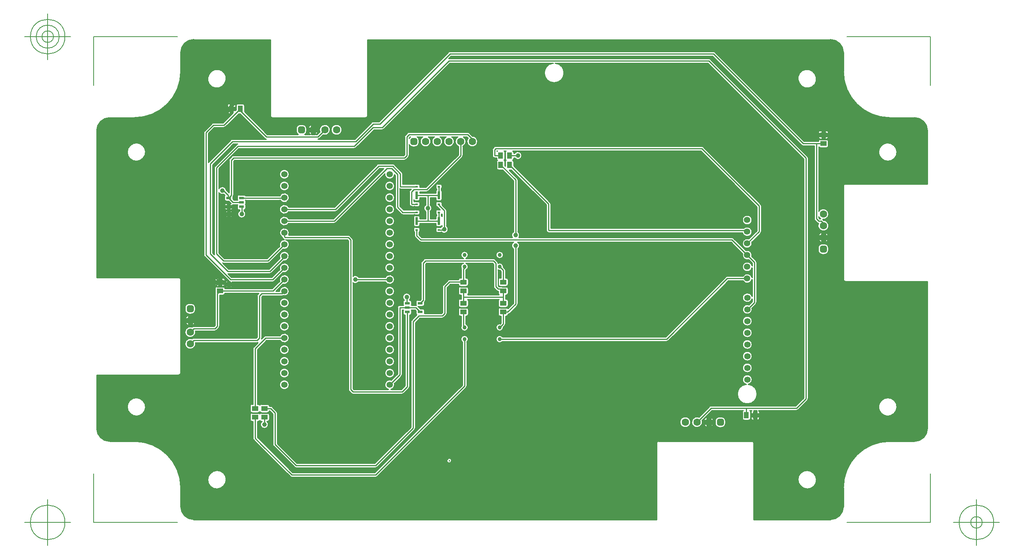
<source format=gbr>
G04 Generated by Ultiboard 14.2 *
%FSLAX24Y24*%
%MOIN*%

%ADD10C,0.0001*%
%ADD11C,0.0100*%
%ADD12C,0.0050*%
%ADD13C,0.0394*%
%ADD14R,0.0551X0.0413*%
%ADD15C,0.0534*%
%ADD16C,0.0337*%
%ADD17R,0.0433X0.0236*%
%ADD18R,0.0413X0.0551*%
%ADD19C,0.0633*%
%ADD20R,0.0208X0.0208*%
%ADD21C,0.0392*%
%ADD22R,0.0236X0.0657*%
%ADD23R,0.0236X0.0157*%


G04 ColorRGB 00FF00 for the following layer *
%LNCopper Top*%
%LPD*%
G54D10*
G36*
X-12349Y13987D02*
X-12349Y13987D01*
X-12349Y20517D01*
X27197Y20517D01*
G75*
D01*
G03X27209Y20516I12J151*
G01*
G74*
D01*
G02X28308Y19418I0J1098*
G01*
G75*
D01*
G03X28308Y19406I151J0*
G01*
X28308Y19406D01*
X28308Y17824D01*
G74*
D01*
G03X28305Y17794I151J30*
G01*
G75*
D01*
G03X32266Y13833I3961J0*
G01*
G74*
D01*
G03X32296Y13836I0J154*
G01*
X32296Y13836D01*
X34381Y13836D01*
G75*
D01*
G03X34393Y13835I12J151*
G01*
G74*
D01*
G02X35491Y12737I0J1098*
G01*
G75*
D01*
G03X35492Y12725I152J0*
G01*
X35492Y12725D01*
X35489Y8151D01*
X28459Y8151D01*
G75*
D01*
G03X28308Y8000I0J-151*
G01*
X28308Y8000D01*
X28308Y0D01*
G75*
D01*
G03X28459Y-151I151J0*
G01*
X28459Y-151D01*
X35492Y-151D01*
X35492Y-12725D01*
G74*
D01*
G03X35491Y-12737I151J12*
G01*
G75*
D01*
G02X34393Y-13835I-1098J0*
G01*
G75*
D01*
G03X34381Y-13836I0J-152*
G01*
X34381Y-13836D01*
X32296Y-13836D01*
G74*
D01*
G03X32266Y-13833I30J151*
G01*
G75*
D01*
G03X28305Y-17794I0J-3961*
G01*
G75*
D01*
G03X28308Y-17824I154J0*
G01*
X28308Y-17824D01*
X28308Y-19406D01*
G74*
D01*
G03X28308Y-19418I151J12*
G01*
G75*
D01*
G02X27209Y-20516I-1099J0*
G01*
G75*
D01*
G03X27197Y-20517I0J-152*
G01*
X27197Y-20517D01*
X20899Y-20517D01*
X20899Y-20517D01*
X20651Y-20517D01*
X20651Y-13987D01*
G74*
D01*
G03X20500Y-13836I151J0*
G01*
X20500Y-13836D01*
X12500Y-13836D01*
G75*
D01*
G03X12349Y-13987I0J-151*
G01*
X12349Y-13987D01*
X12349Y-20517D01*
X-27197Y-20517D01*
G74*
D01*
G03X-27209Y-20516I12J151*
G01*
G75*
D01*
G02X-28308Y-19418I0J1098*
G01*
G74*
D01*
G03X-28308Y-19406I151J0*
G01*
X-28308Y-19406D01*
X-28308Y-17824D01*
G75*
D01*
G03X-28305Y-17794I-151J30*
G01*
G74*
D01*
G03X-32266Y-13833I3961J0*
G01*
G75*
D01*
G03X-32296Y-13836I0J-154*
G01*
X-32296Y-13836D01*
X-34381Y-13836D01*
G74*
D01*
G03X-34393Y-13835I12J151*
G01*
G75*
D01*
G02X-35491Y-12737I0J1098*
G01*
G74*
D01*
G03X-35492Y-12725I152J0*
G01*
X-35492Y-12725D01*
X-35491Y-11370D01*
X-35491Y-11370D01*
X-35489Y-8151D01*
X-28459Y-8151D01*
G75*
D01*
G03X-28308Y-8000I0J151*
G01*
X-28308Y-8000D01*
X-28308Y0D01*
G74*
D01*
G03X-28459Y151I151J0*
G01*
X-28459Y151D01*
X-35492Y151D01*
X-35492Y12725D01*
G75*
D01*
G03X-35491Y12737I-151J12*
G01*
G75*
D01*
G02X-34393Y13835I1098J0*
G01*
G74*
D01*
G03X-34381Y13836I0J152*
G01*
X-34381Y13836D01*
X-32296Y13836D01*
G75*
D01*
G03X-32266Y13833I30J151*
G01*
G75*
D01*
G03X-28305Y17794I0J3961*
G01*
G74*
D01*
G03X-28308Y17824I154J0*
G01*
X-28308Y17824D01*
X-28308Y19406D01*
G75*
D01*
G03X-28308Y19418I-151J12*
G01*
G75*
D01*
G02X-27209Y20516I1099J0*
G01*
G74*
D01*
G03X-27197Y20517I0J152*
G01*
X-27197Y20517D01*
X-26345Y20517D01*
X-26345Y20517D01*
X-20651Y20517D01*
X-20651Y13987D01*
G75*
D01*
G03X-20500Y13836I151J0*
G01*
X-20500Y13836D01*
X-12500Y13836D01*
G75*
D01*
G03X-12349Y13987I0J151*
G01*
D02*
G37*
%LPC*%
G36*
X16800Y18901D02*
X16800Y18901D01*
X-5400Y18901D01*
G75*
D01*
G03X-5415Y18900I0J-201*
G01*
X-5415Y18900D01*
X-5217Y19099D01*
X17117Y19099D01*
X24732Y11484D01*
G75*
D01*
G03X24874Y11425I142J142*
G01*
X24874Y11425D01*
X25799Y11425D01*
X25799Y5200D01*
G75*
D01*
G03X25858Y5058I201J0*
G01*
X25858Y5058D01*
X26058Y4858D01*
G74*
D01*
G03X26178Y4800I142J142*
G01*
G75*
D01*
G03X26618Y5066I422J-200*
G01*
X26618Y5066D01*
X26548Y5136D01*
G75*
D01*
G03X26201Y5842I52J464*
G01*
X26201Y5842D01*
X26201Y11333D01*
G75*
D01*
G03X26324Y11269I123J86*
G01*
X26324Y11269D01*
X26876Y11269D01*
G75*
D01*
G03X27026Y11419I0J150*
G01*
X27026Y11419D01*
X27026Y11833D01*
G74*
D01*
G03X26876Y11983I150J0*
G01*
X26876Y11983D01*
X26324Y11983D01*
G75*
D01*
G03X26174Y11833I0J-150*
G01*
X26174Y11833D01*
X26174Y11827D01*
X24957Y11827D01*
X17342Y19442D01*
G74*
D01*
G03X17200Y19501I142J142*
G01*
X17200Y19501D01*
X-5300Y19501D01*
G75*
D01*
G03X-5442Y19442I0J-201*
G01*
X-5442Y19442D01*
X-11383Y13501D01*
X-11866Y13501D01*
G75*
D01*
G03X-12008Y13442I0J-201*
G01*
X-12008Y13442D01*
X-13449Y12001D01*
X-16572Y12001D01*
G74*
D01*
G03X-16458Y12058I28J199*
G01*
X-16458Y12058D01*
X-16156Y12360D01*
G75*
D01*
G03X-16440Y12644I156J440*
G01*
X-16440Y12644D01*
X-16683Y12401D01*
X-16758Y12401D01*
G74*
D01*
G03X-16564Y12635I242J399*
G01*
X-16564Y12635D01*
X-16835Y12635D01*
X-16835Y12401D01*
X-17165Y12401D01*
X-17165Y12635D01*
X-17436Y12635D01*
G74*
D01*
G03X-17242Y12401I436J165*
G01*
X-17242Y12401D01*
X-17712Y12401D01*
G75*
D01*
G03X-17548Y12696I-184J295*
G01*
X-17548Y12696D01*
X-17548Y12904D01*
G74*
D01*
G03X-17896Y13252I348J0*
G01*
X-17896Y13252D01*
X-18104Y13252D01*
G75*
D01*
G03X-18452Y12904I0J-348*
G01*
X-18452Y12904D01*
X-18452Y12696D01*
G75*
D01*
G03X-18288Y12401I348J0*
G01*
X-18288Y12401D01*
X-20917Y12401D01*
X-22869Y14353D01*
X-22869Y14876D01*
G74*
D01*
G03X-23019Y15026I150J0*
G01*
X-23019Y15026D01*
X-23433Y15026D01*
G75*
D01*
G03X-23583Y14876I0J-150*
G01*
X-23583Y14876D01*
X-23583Y14527D01*
X-23637Y14473D01*
X-23847Y14473D01*
X-23847Y14263D01*
X-24709Y13401D01*
X-25531Y13401D01*
G75*
D01*
G03X-25673Y13342I0J-201*
G01*
X-25673Y13342D01*
X-26302Y12713D01*
G74*
D01*
G03X-26361Y12571I142J142*
G01*
X-26361Y12571D01*
X-26361Y2100D01*
G75*
D01*
G03X-26302Y1958I201J0*
G01*
X-26302Y1958D01*
X-24202Y-142D01*
G74*
D01*
G03X-24106Y-196I142J142*
G01*
G74*
D01*
G03X-24077Y-200I46J196*
G01*
X-24077Y-200D01*
X-24077Y-277D01*
X-23876Y-277D01*
G74*
D01*
G03X-23916Y-201I324J123*
G01*
X-23916Y-201D01*
X-20460Y-201D01*
G74*
D01*
G03X-20433Y-199I0J201*
G01*
G74*
D01*
G03X-20318Y-142I27J199*
G01*
X-20318Y-142D01*
X-19576Y600D01*
G75*
D01*
G03X-19860Y884I116J400*
G01*
X-19860Y884D01*
X-20543Y201D01*
X-23977Y201D01*
X-24275Y499D01*
X-20700Y499D01*
G74*
D01*
G03X-20648Y506I0J201*
G01*
G74*
D01*
G03X-20558Y558I52J194*
G01*
X-20558Y558D01*
X-19527Y1589D01*
G75*
D01*
G03X-19845Y1839I67J411*
G01*
X-19845Y1839D01*
X-20783Y901D01*
X-24217Y901D01*
X-24726Y1410D01*
G74*
D01*
G03X-24691Y1401I66J190*
G01*
G75*
D01*
G03X-24660Y1399I31J199*
G01*
X-24660Y1399D01*
X-20860Y1399D01*
G74*
D01*
G03X-20796Y1409I0J201*
G01*
G74*
D01*
G03X-20718Y1458I64J191*
G01*
X-20718Y1458D01*
X-19576Y2600D01*
G75*
D01*
G03X-19339Y3399I116J400*
G01*
X-19339Y3399D01*
X-14083Y3399D01*
X-14001Y3317D01*
X-14001Y-9400D01*
G75*
D01*
G03X-13942Y-9542I201J0*
G01*
X-13942Y-9542D01*
X-13742Y-9742D01*
G74*
D01*
G03X-13666Y-9790I142J142*
G01*
G75*
D01*
G03X-13600Y-9801I66J190*
G01*
X-13600Y-9801D01*
X-9400Y-9801D01*
G74*
D01*
G03X-9335Y-9790I0J201*
G01*
G74*
D01*
G03X-9258Y-9742I65J190*
G01*
X-9258Y-9742D01*
X-8809Y-9293D01*
G75*
D01*
G03X-8750Y-9151I-142J142*
G01*
X-8750Y-9151D01*
X-8750Y-3049D01*
X-8735Y-3049D01*
G75*
D01*
G03X-8584Y-2898I0J151*
G01*
X-8584Y-2898D01*
X-8584Y-2662D01*
G74*
D01*
G03X-8597Y-2601I151J0*
G01*
X-8597Y-2601D01*
X-8306Y-2601D01*
X-8216Y-2691D01*
X-8216Y-2892D01*
G75*
D01*
G03X-8156Y-3012I151J0*
G01*
X-8156Y-3012D01*
X-8602Y-3458D01*
G74*
D01*
G03X-8661Y-3600I142J142*
G01*
X-8661Y-3600D01*
X-8661Y-12617D01*
X-11743Y-15699D01*
X-18377Y-15699D01*
X-20059Y-14017D01*
X-20059Y-11400D01*
G75*
D01*
G03X-20118Y-11258I-201J0*
G01*
X-20118Y-11258D01*
X-20492Y-10884D01*
G75*
D01*
G03X-20634Y-10825I-142J-142*
G01*
X-20634Y-10825D01*
X-20734Y-10825D01*
X-20734Y-10819D01*
G74*
D01*
G03X-20884Y-10669I150J0*
G01*
X-20884Y-10669D01*
X-21436Y-10669D01*
G75*
D01*
G03X-21560Y-10734I0J-150*
G01*
G74*
D01*
G03X-21684Y-10669I124J85*
G01*
X-21684Y-10669D01*
X-21759Y-10669D01*
X-21759Y-5983D01*
X-20977Y-5201D01*
X-19825Y-5201D01*
G75*
D01*
G03X-19825Y-4799I365J201*
G01*
X-19825Y-4799D01*
X-21060Y-4799D01*
G75*
D01*
G03X-21133Y-4813I0J-201*
G01*
G74*
D01*
G03X-21202Y-4858I73J187*
G01*
X-21202Y-4858D01*
X-21410Y-5066D01*
G75*
D01*
G03X-21399Y-5000I-190J66*
G01*
X-21399Y-5000D01*
X-21399Y-1483D01*
X-21317Y-1401D01*
X-19660Y-1401D01*
G74*
D01*
G03X-19631Y-1399I0J201*
G01*
G74*
D01*
G03X-19601Y-1392I29J199*
G01*
G75*
D01*
G03X-19877Y-999I141J392*
G01*
X-19877Y-999D01*
X-20175Y-999D01*
X-19576Y-400D01*
G75*
D01*
G03X-19860Y-116I116J400*
G01*
X-19860Y-116D01*
X-20517Y-773D01*
X-24534Y-773D01*
X-24534Y-767D01*
G74*
D01*
G03X-24684Y-617I150J0*
G01*
X-24684Y-617D01*
X-25236Y-617D01*
G75*
D01*
G03X-25386Y-767I0J-150*
G01*
X-25386Y-767D01*
X-25386Y-1125D01*
G74*
D01*
G03X-25401Y-1200I186J75*
G01*
X-25401Y-1200D01*
X-25401Y-3917D01*
X-25483Y-3999D01*
X-27200Y-3999D01*
G75*
D01*
G03X-27259Y-4008I0J-201*
G01*
G74*
D01*
G03X-27342Y-4058I59J192*
G01*
X-27342Y-4058D01*
X-27344Y-4060D01*
G75*
D01*
G03X-27044Y-4401I-156J-440*
G01*
X-27044Y-4401D01*
X-25400Y-4401D01*
G74*
D01*
G03X-25371Y-4399I0J201*
G01*
G74*
D01*
G03X-25258Y-4342I29J199*
G01*
X-25258Y-4342D01*
X-25058Y-4142D01*
G75*
D01*
G03X-24999Y-4000I-142J142*
G01*
X-24999Y-4000D01*
X-24999Y-1331D01*
X-24684Y-1331D01*
G75*
D01*
G03X-24534Y-1181I0J150*
G01*
X-24534Y-1181D01*
X-24534Y-1175D01*
X-21659Y-1175D01*
X-21742Y-1258D01*
G74*
D01*
G03X-21801Y-1400I142J142*
G01*
X-21801Y-1400D01*
X-21801Y-4917D01*
X-21883Y-4999D01*
X-27200Y-4999D01*
G75*
D01*
G03X-27259Y-5008I0J-201*
G01*
G74*
D01*
G03X-27342Y-5058I59J192*
G01*
X-27342Y-5058D01*
X-27344Y-5060D01*
G75*
D01*
G03X-27044Y-5401I-156J-440*
G01*
X-27044Y-5401D01*
X-21800Y-5401D01*
G74*
D01*
G03X-21771Y-5399I0J201*
G01*
G74*
D01*
G03X-21734Y-5390I29J199*
G01*
X-21734Y-5390D01*
X-22102Y-5758D01*
G74*
D01*
G03X-22161Y-5900I142J142*
G01*
X-22161Y-5900D01*
X-22161Y-10669D01*
X-22236Y-10669D01*
G75*
D01*
G03X-22386Y-10819I0J-150*
G01*
X-22386Y-10819D01*
X-22386Y-11233D01*
G75*
D01*
G03X-22236Y-11383I150J0*
G01*
X-22236Y-11383D01*
X-21684Y-11383D01*
G74*
D01*
G03X-21560Y-11318I0J150*
G01*
G75*
D01*
G03X-21436Y-11383I124J85*
G01*
X-21436Y-11383D01*
X-20884Y-11383D01*
G75*
D01*
G03X-20734Y-11233I0J150*
G01*
X-20734Y-11233D01*
X-20734Y-11227D01*
X-20717Y-11227D01*
X-20574Y-11370D01*
X-20574Y-11370D01*
X-20461Y-11483D01*
X-20461Y-14100D01*
G75*
D01*
G03X-20402Y-14242I201J0*
G01*
X-20402Y-14242D01*
X-18602Y-16042D01*
G74*
D01*
G03X-18528Y-16089I142J142*
G01*
G75*
D01*
G03X-18460Y-16101I68J189*
G01*
X-18460Y-16101D01*
X-11660Y-16101D01*
G75*
D01*
G03X-11518Y-16042I0J201*
G01*
X-11518Y-16042D01*
X-8318Y-12842D01*
G75*
D01*
G03X-8259Y-12700I-142J142*
G01*
X-8259Y-12700D01*
X-8259Y-3683D01*
X-7877Y-3301D01*
X-5960Y-3301D01*
G75*
D01*
G03X-5818Y-3242I0J201*
G01*
X-5818Y-3242D01*
X-5618Y-3042D01*
G75*
D01*
G03X-5559Y-2900I-142J142*
G01*
X-5559Y-2900D01*
X-5559Y-683D01*
X-5277Y-401D01*
X-4586Y-401D01*
X-4586Y-433D01*
G75*
D01*
G03X-4436Y-583I150J0*
G01*
X-4436Y-583D01*
X-3884Y-583D01*
G75*
D01*
G03X-3734Y-433I0J150*
G01*
X-3734Y-433D01*
X-3734Y-19D01*
G74*
D01*
G03X-3884Y131I150J0*
G01*
X-3884Y131D01*
X-3959Y131D01*
X-3959Y798D01*
G75*
D01*
G03X-3951Y1399I-101J302*
G01*
X-3951Y1399D01*
X-1683Y1399D01*
X-1601Y1317D01*
X-1601Y-600D01*
G75*
D01*
G03X-1542Y-742I201J0*
G01*
X-1542Y-742D01*
X-1342Y-942D01*
G74*
D01*
G03X-1266Y-990I142J142*
G01*
G75*
D01*
G03X-1200Y-1001I66J190*
G01*
X-1200Y-1001D01*
X-1186Y-1001D01*
X-1186Y-1181D01*
G75*
D01*
G03X-1129Y-1299I150J0*
G01*
X-1129Y-1299D01*
X-3791Y-1299D01*
G75*
D01*
G03X-3734Y-1181I-93J118*
G01*
X-3734Y-1181D01*
X-3734Y-767D01*
G74*
D01*
G03X-3884Y-617I150J0*
G01*
X-3884Y-617D01*
X-4436Y-617D01*
G75*
D01*
G03X-4586Y-767I0J-150*
G01*
X-4586Y-767D01*
X-4586Y-1181D01*
G75*
D01*
G03X-4436Y-1331I150J0*
G01*
X-4436Y-1331D01*
X-4361Y-1331D01*
X-4361Y-1669D01*
X-4436Y-1669D01*
G75*
D01*
G03X-4586Y-1819I0J-150*
G01*
X-4586Y-1819D01*
X-4586Y-2233D01*
G75*
D01*
G03X-4436Y-2383I150J0*
G01*
X-4436Y-2383D01*
X-3884Y-2383D01*
G75*
D01*
G03X-3734Y-2233I0J150*
G01*
X-3734Y-2233D01*
X-3734Y-1819D01*
G74*
D01*
G03X-3791Y-1701I150J0*
G01*
X-3791Y-1701D01*
X-1129Y-1701D01*
G74*
D01*
G03X-1186Y-1819I93J118*
G01*
X-1186Y-1819D01*
X-1186Y-2233D01*
G75*
D01*
G03X-1036Y-2383I150J0*
G01*
X-1036Y-2383D01*
X-484Y-2383D01*
G75*
D01*
G03X-334Y-2233I0J150*
G01*
X-334Y-2233D01*
X-334Y-1819D01*
G74*
D01*
G03X-484Y-1669I150J0*
G01*
X-484Y-1669D01*
X-559Y-1669D01*
X-559Y-1331D01*
X-484Y-1331D01*
G75*
D01*
G03X-334Y-1181I0J150*
G01*
X-334Y-1181D01*
X-334Y-767D01*
G74*
D01*
G03X-484Y-617I150J0*
G01*
X-484Y-617D01*
X-852Y-617D01*
G74*
D01*
G03X-910Y-601I82J183*
G01*
G74*
D01*
G03X-934Y-599I24J199*
G01*
X-934Y-599D01*
X-1117Y-599D01*
X-1199Y-517D01*
X-1199Y814D01*
G75*
D01*
G03X-1027Y783I139J286*
G01*
X-1027Y783D01*
X-961Y717D01*
X-961Y131D01*
X-1036Y131D01*
G75*
D01*
G03X-1186Y-19I0J-150*
G01*
X-1186Y-19D01*
X-1186Y-433D01*
G75*
D01*
G03X-1036Y-583I150J0*
G01*
X-1036Y-583D01*
X-484Y-583D01*
G75*
D01*
G03X-334Y-433I0J150*
G01*
X-334Y-433D01*
X-334Y-19D01*
G74*
D01*
G03X-484Y131I150J0*
G01*
X-484Y131D01*
X-559Y131D01*
X-559Y800D01*
G75*
D01*
G03X-618Y942I-201J0*
G01*
X-618Y942D01*
X-743Y1067D01*
G75*
D01*
G03X-1199Y1386I-317J33*
G01*
X-1199Y1386D01*
X-1199Y1400D01*
G75*
D01*
G03X-1258Y1542I-201J0*
G01*
X-1258Y1542D01*
X-1458Y1742D01*
G74*
D01*
G03X-1571Y1799I142J142*
G01*
G74*
D01*
G03X-1600Y1801I29J199*
G01*
X-1600Y1801D01*
X-3951Y1801D01*
G75*
D01*
G03X-4169Y1801I-109J299*
G01*
X-4169Y1801D01*
X-7400Y1801D01*
G75*
D01*
G03X-7466Y1790I0J-201*
G01*
G74*
D01*
G03X-7542Y1742I66J190*
G01*
X-7542Y1742D01*
X-7742Y1542D01*
G74*
D01*
G03X-7801Y1400I142J142*
G01*
X-7801Y1400D01*
X-7801Y-1694D01*
X-7864Y-1757D01*
X-8065Y-1757D01*
G75*
D01*
G03X-8216Y-1908I0J-151*
G01*
X-8216Y-1908D01*
X-8216Y-2144D01*
G75*
D01*
G03X-8205Y-2200I151J0*
G01*
G75*
D01*
G03X-8223Y-2199I-18J-200*
G01*
X-8223Y-2199D01*
X-8597Y-2199D01*
G75*
D01*
G03X-8584Y-2138I-138J61*
G01*
X-8584Y-2138D01*
X-8584Y-1902D01*
G74*
D01*
G03X-8735Y-1751I151J0*
G01*
X-8735Y-1751D01*
X-8761Y-1751D01*
G75*
D01*
G03X-9226Y-1763I-239J251*
G01*
G74*
D01*
G03X-9318Y-1902I58J139*
G01*
X-9318Y-1902D01*
X-9318Y-2138D01*
G75*
D01*
G03X-9306Y-2199I150J0*
G01*
X-9306Y-2199D01*
X-9600Y-2199D01*
G75*
D01*
G03X-9801Y-2400I0J-201*
G01*
X-9801Y-2400D01*
X-9801Y-8057D01*
X-10344Y-8600D01*
G75*
D01*
G03X-10581Y-9399I-116J-400*
G01*
X-10581Y-9399D01*
X-13517Y-9399D01*
X-13599Y-9317D01*
X-13599Y-284D01*
G75*
D01*
G03X-13117Y-201I199J284*
G01*
X-13117Y-201D01*
X-10825Y-201D01*
G75*
D01*
G03X-10825Y201I365J201*
G01*
X-10825Y201D01*
X-13117Y201D01*
G75*
D01*
G03X-13599Y284I-283J-201*
G01*
X-13599Y284D01*
X-13599Y3400D01*
G75*
D01*
G03X-13658Y3542I-201J0*
G01*
X-13658Y3542D01*
X-13858Y3742D01*
G74*
D01*
G03X-13971Y3799I142J142*
G01*
G74*
D01*
G03X-14000Y3801I29J199*
G01*
X-14000Y3801D01*
X-19094Y3801D01*
G75*
D01*
G03X-19659Y3634I-366J199*
G01*
G74*
D01*
G03X-19602Y3518I199J26*
G01*
X-19602Y3518D01*
X-19542Y3458D01*
G74*
D01*
G03X-19481Y3416I142J142*
G01*
G75*
D01*
G03X-19860Y2884I21J-416*
G01*
X-19860Y2884D01*
X-20943Y1801D01*
X-24577Y1801D01*
X-25059Y2283D01*
X-25059Y7424D01*
G75*
D01*
G03X-24625Y7281I299J176*
G01*
X-24625Y7281D01*
X-24544Y7199D01*
G74*
D01*
G03X-24588Y7092I106J107*
G01*
X-24588Y7092D01*
X-24588Y6856D01*
G75*
D01*
G03X-24438Y6705I150J0*
G01*
X-24438Y6705D01*
X-24237Y6705D01*
X-24026Y6495D01*
X-24126Y6495D01*
X-24126Y6321D01*
X-23854Y6321D01*
X-23854Y6344D01*
G74*
D01*
G03X-23865Y6400I151J0*
G01*
G75*
D01*
G03X-23847Y6399I18J200*
G01*
X-23847Y6399D01*
X-23473Y6399D01*
G74*
D01*
G03X-23486Y6338I138J61*
G01*
X-23486Y6338D01*
X-23486Y6102D01*
G75*
D01*
G03X-23335Y5951I151J0*
G01*
X-23335Y5951D01*
X-23301Y5951D01*
X-23301Y5883D01*
G75*
D01*
G03X-22899Y5883I201J-283*
G01*
X-22899Y5883D01*
X-22899Y5951D01*
G75*
D01*
G03X-22752Y6102I-3J151*
G01*
X-22752Y6102D01*
X-22752Y6338D01*
G74*
D01*
G03X-22770Y6410I150J0*
G01*
G75*
D01*
G03X-22752Y6482I-132J72*
G01*
X-22752Y6482D01*
X-22752Y6718D01*
G74*
D01*
G03X-22764Y6779I150J0*
G01*
X-22764Y6779D01*
X-19813Y6779D01*
G75*
D01*
G03X-19836Y7181I353J221*
G01*
X-19836Y7181D01*
X-22776Y7181D01*
G74*
D01*
G03X-22902Y7249I126J83*
G01*
X-22902Y7249D01*
X-23335Y7249D01*
G75*
D01*
G03X-23486Y7098I0J-151*
G01*
X-23486Y7098D01*
X-23486Y6862D01*
G75*
D01*
G03X-23473Y6801I151J0*
G01*
X-23473Y6801D01*
X-23764Y6801D01*
X-23854Y6891D01*
X-23854Y7057D01*
G75*
D01*
G03X-23799Y7196I-146J138*
G01*
X-23799Y7196D01*
X-23799Y10117D01*
X-23717Y10199D01*
X-9200Y10199D01*
G74*
D01*
G03X-9171Y10201I0J201*
G01*
G74*
D01*
G03X-9058Y10258I29J199*
G01*
X-9058Y10258D01*
X-8858Y10458D01*
G75*
D01*
G03X-8799Y10600I-142J142*
G01*
X-8799Y10600D01*
X-8799Y11512D01*
G75*
D01*
G03X-8504Y11348I295J184*
G01*
X-8504Y11348D01*
X-8296Y11348D01*
G75*
D01*
G03X-7948Y11696I0J348*
G01*
X-7948Y11696D01*
X-7948Y11904D01*
G74*
D01*
G03X-8112Y12199I348J0*
G01*
X-8112Y12199D01*
X-7642Y12199D01*
G75*
D01*
G03X-7158Y12199I242J-399*
G01*
X-7158Y12199D01*
X-6642Y12199D01*
G75*
D01*
G03X-6158Y12199I242J-399*
G01*
X-6158Y12199D01*
X-5642Y12199D01*
G75*
D01*
G03X-5158Y12199I242J-399*
G01*
X-5158Y12199D01*
X-4642Y12199D01*
G75*
D01*
G03X-4601Y11379I242J-399*
G01*
X-4601Y11379D01*
X-4601Y10683D01*
X-7383Y7901D01*
X-7876Y7901D01*
X-7876Y8029D01*
G74*
D01*
G03X-8027Y8179I151J0*
G01*
X-8027Y8179D01*
X-8263Y8179D01*
G75*
D01*
G03X-8351Y8151I0J-150*
G01*
X-8351Y8151D01*
X-9349Y8151D01*
X-9349Y9050D01*
G75*
D01*
G03X-9408Y9192I-201J0*
G01*
X-9408Y9192D01*
X-10058Y9842D01*
G74*
D01*
G03X-10166Y9898I142J142*
G01*
G74*
D01*
G03X-10200Y9901I34J198*
G01*
X-10200Y9901D01*
X-11400Y9901D01*
G75*
D01*
G03X-11449Y9895I0J-201*
G01*
G74*
D01*
G03X-11542Y9842I49J195*
G01*
X-11542Y9842D01*
X-13857Y7528D01*
X-13857Y7528D01*
X-15183Y6201D01*
X-19095Y6201D01*
G75*
D01*
G03X-19095Y5799I-365J-201*
G01*
X-19095Y5799D01*
X-15100Y5799D01*
G74*
D01*
G03X-15047Y5806I0J201*
G01*
G74*
D01*
G03X-14958Y5858I53J194*
G01*
X-14958Y5858D01*
X-13288Y7528D01*
X-11317Y9499D01*
X-10985Y9499D01*
X-15283Y5201D01*
X-19095Y5201D01*
G75*
D01*
G03X-19095Y4799I-365J-201*
G01*
X-19095Y4799D01*
X-15200Y4799D01*
G74*
D01*
G03X-15149Y4806I0J201*
G01*
G74*
D01*
G03X-15058Y4858I51J194*
G01*
X-15058Y4858D01*
X-11884Y8032D01*
X-10875Y9041D01*
G75*
D01*
G03X-10045Y8961I415J-41*
G01*
X-10045Y8961D01*
X-10001Y8917D01*
X-10001Y6200D01*
G75*
D01*
G03X-9942Y6058I201J0*
G01*
X-9942Y6058D01*
X-9492Y5608D01*
G74*
D01*
G03X-9425Y5564I142J142*
G01*
G75*
D01*
G03X-9350Y5549I75J186*
G01*
X-9350Y5549D01*
X-8351Y5549D01*
G75*
D01*
G03X-8263Y5521I88J122*
G01*
X-8263Y5521D01*
X-8027Y5521D01*
G75*
D01*
G03X-7876Y5671I0J150*
G01*
X-7876Y5671D01*
X-7876Y5829D01*
G74*
D01*
G03X-8027Y5979I151J0*
G01*
X-8027Y5979D01*
X-8263Y5979D01*
G75*
D01*
G03X-8351Y5951I0J-150*
G01*
X-8351Y5951D01*
X-9267Y5951D01*
X-9599Y6283D01*
X-9599Y7755D01*
G75*
D01*
G03X-9550Y7749I49J195*
G01*
X-9550Y7749D01*
X-8635Y7749D01*
X-8742Y7642D01*
G74*
D01*
G03X-8801Y7500I142J142*
G01*
X-8801Y7500D01*
X-8801Y6479D01*
G75*
D01*
G03X-8742Y6337I201J0*
G01*
X-8742Y6337D01*
X-8713Y6308D01*
G74*
D01*
G03X-8621Y6256I142J142*
G01*
G75*
D01*
G03X-8570Y6249I50J194*
G01*
X-8570Y6249D01*
X-8351Y6249D01*
G75*
D01*
G03X-8263Y6221I88J122*
G01*
X-8263Y6221D01*
X-8027Y6221D01*
G75*
D01*
G03X-7876Y6371I0J150*
G01*
X-7876Y6371D01*
X-7876Y6529D01*
G74*
D01*
G03X-8027Y6679I151J0*
G01*
X-8027Y6679D01*
X-8263Y6679D01*
G75*
D01*
G03X-8351Y6651I0J-150*
G01*
X-8351Y6651D01*
X-8399Y6651D01*
X-8399Y6806D01*
G75*
D01*
G03X-8263Y6721I136J65*
G01*
X-8263Y6721D01*
X-8027Y6721D01*
G75*
D01*
G03X-7876Y6871I0J150*
G01*
X-7876Y6871D01*
X-7876Y6999D01*
X-7401Y6999D01*
X-7401Y6383D01*
G75*
D01*
G03X-7401Y5817I201J-283*
G01*
X-7401Y5817D01*
X-7401Y5201D01*
X-7876Y5201D01*
X-7876Y5329D01*
G74*
D01*
G03X-8027Y5479I151J0*
G01*
X-8027Y5479D01*
X-8263Y5479D01*
G75*
D01*
G03X-8414Y5329I0J-150*
G01*
X-8414Y5329D01*
X-8414Y4671D01*
G75*
D01*
G03X-8263Y4521I151J0*
G01*
X-8263Y4521D01*
X-8027Y4521D01*
G75*
D01*
G03X-7876Y4671I0J150*
G01*
X-7876Y4671D01*
X-7876Y4799D01*
X-6524Y4799D01*
X-6524Y4671D01*
G75*
D01*
G03X-6373Y4521I151J0*
G01*
X-6373Y4521D01*
X-6137Y4521D01*
G74*
D01*
G03X-6001Y4606I0J150*
G01*
X-6001Y4606D01*
X-6001Y4583D01*
G74*
D01*
G03X-6100Y4475I201J283*
G01*
G74*
D01*
G03X-6137Y4479I37J146*
G01*
X-6137Y4479D01*
X-6373Y4479D01*
G75*
D01*
G03X-6524Y4329I0J-150*
G01*
X-6524Y4329D01*
X-6524Y4171D01*
G75*
D01*
G03X-6373Y4021I151J0*
G01*
X-6373Y4021D01*
X-6137Y4021D01*
G74*
D01*
G03X-6049Y4049I0J150*
G01*
X-6049Y4049D01*
X-6039Y4049D01*
G75*
D01*
G03X-5599Y4583I239J251*
G01*
X-5599Y4583D01*
X-5599Y5900D01*
G75*
D01*
G03X-5658Y6042I-201J0*
G01*
X-5658Y6042D01*
X-5986Y6370D01*
X-5986Y6371D01*
X-5986Y6371D01*
X-5986Y6529D01*
G74*
D01*
G03X-6137Y6679I151J0*
G01*
X-6137Y6679D01*
X-6373Y6679D01*
G75*
D01*
G03X-6524Y6529I0J-150*
G01*
X-6524Y6529D01*
X-6524Y6371D01*
G75*
D01*
G03X-6408Y6225I151J0*
G01*
G74*
D01*
G03X-6397Y6213I153J130*
G01*
X-6397Y6213D01*
X-6164Y5979D01*
X-6373Y5979D01*
G75*
D01*
G03X-6524Y5829I0J-150*
G01*
X-6524Y5829D01*
X-6524Y5671D01*
G75*
D01*
G03X-6456Y5545I151J0*
G01*
X-6456Y5545D01*
X-6456Y5455D01*
G74*
D01*
G03X-6524Y5329I83J126*
G01*
X-6524Y5329D01*
X-6524Y5201D01*
X-6999Y5201D01*
X-6999Y5817D01*
G75*
D01*
G03X-6999Y6383I-201J283*
G01*
X-6999Y6383D01*
X-6999Y6999D01*
X-6524Y6999D01*
X-6524Y6871D01*
G75*
D01*
G03X-6373Y6721I151J0*
G01*
X-6373Y6721D01*
X-6137Y6721D01*
G75*
D01*
G03X-5986Y6871I0J150*
G01*
X-5986Y6871D01*
X-5986Y7529D01*
G74*
D01*
G03X-6054Y7655I151J0*
G01*
X-6054Y7655D01*
X-6054Y7745D01*
G75*
D01*
G03X-5986Y7871I-83J126*
G01*
X-5986Y7871D01*
X-5986Y8029D01*
G74*
D01*
G03X-6137Y8179I151J0*
G01*
X-6137Y8179D01*
X-6373Y8179D01*
G75*
D01*
G03X-6524Y8029I0J-150*
G01*
X-6524Y8029D01*
X-6524Y7871D01*
G75*
D01*
G03X-6456Y7745I151J0*
G01*
X-6456Y7745D01*
X-6456Y7655D01*
G74*
D01*
G03X-6524Y7529I83J126*
G01*
X-6524Y7529D01*
X-6524Y7401D01*
X-7876Y7401D01*
X-7876Y7499D01*
X-7300Y7499D01*
G75*
D01*
G03X-7158Y7558I0J201*
G01*
X-7158Y7558D01*
X-4258Y10458D01*
G75*
D01*
G03X-4199Y10600I-142J142*
G01*
X-4199Y10600D01*
X-4199Y11379D01*
G75*
D01*
G03X-4158Y12199I-201J421*
G01*
X-4158Y12199D01*
X-3883Y12199D01*
X-3769Y12085D01*
G75*
D01*
G03X-3382Y12266I369J-285*
G01*
X-3382Y12266D01*
X-3658Y12542D01*
G74*
D01*
G03X-3750Y12595I142J142*
G01*
G74*
D01*
G03X-3800Y12601I50J195*
G01*
X-3800Y12601D01*
X-8800Y12601D01*
G75*
D01*
G03X-8866Y12590I0J-201*
G01*
G74*
D01*
G03X-8942Y12542I66J190*
G01*
X-8942Y12542D01*
X-9142Y12342D01*
G74*
D01*
G03X-9201Y12200I142J142*
G01*
X-9201Y12200D01*
X-9201Y10683D01*
X-9283Y10601D01*
X-23800Y10601D01*
G75*
D01*
G03X-23866Y10590I0J-201*
G01*
G74*
D01*
G03X-23942Y10542I66J190*
G01*
X-23942Y10542D01*
X-24142Y10342D01*
G74*
D01*
G03X-24201Y10200I142J142*
G01*
X-24201Y10200D01*
X-24201Y7425D01*
X-24303Y7528D01*
X-24415Y7640D01*
G75*
D01*
G03X-25059Y7776I-345J-40*
G01*
X-25059Y7776D01*
X-25059Y9487D01*
X-23347Y11199D01*
X-13483Y11199D01*
G75*
D01*
G03X-13341Y11258I0J201*
G01*
X-13341Y11258D01*
X-11800Y12799D01*
X-11100Y12799D01*
G75*
D01*
G03X-10958Y12858I0J201*
G01*
X-10958Y12858D01*
X-5317Y18499D01*
X3503Y18499D01*
G75*
D01*
G03X3689Y18499I93J-834*
G01*
X3689Y18499D01*
X16717Y18499D01*
X24899Y10317D01*
X24899Y-10117D01*
X24217Y-10799D01*
X20000Y-10799D01*
X20000Y-10799D01*
X20000Y-10799D01*
X17000Y-10799D01*
G75*
D01*
G03X16951Y-10805I0J-201*
G01*
G74*
D01*
G03X16858Y-10858I49J195*
G01*
X16858Y-10858D01*
X16346Y-11370D01*
X15956Y-11760D01*
G75*
D01*
G03X16240Y-12044I-156J-440*
G01*
X16240Y-12044D01*
X16914Y-11370D01*
X16914Y-11370D01*
X17083Y-11201D01*
X19733Y-11201D01*
G74*
D01*
G03X19669Y-11324I86J123*
G01*
X19669Y-11324D01*
X19669Y-11876D01*
G75*
D01*
G03X19819Y-12026I150J0*
G01*
X19819Y-12026D01*
X20233Y-12026D01*
G75*
D01*
G03X20383Y-11876I0J150*
G01*
X20383Y-11876D01*
X20383Y-11324D01*
G74*
D01*
G03X20319Y-11201I150J0*
G01*
X20319Y-11201D01*
X20481Y-11201D01*
G74*
D01*
G03X20417Y-11324I86J123*
G01*
X20417Y-11324D01*
X20417Y-11473D01*
X20647Y-11473D01*
X20647Y-11201D01*
X20901Y-11201D01*
X20901Y-11473D01*
X21131Y-11473D01*
X21131Y-11324D01*
G74*
D01*
G03X21067Y-11201I150J0*
G01*
X21067Y-11201D01*
X24300Y-11201D01*
X24303Y-11201D01*
G74*
D01*
G03X24442Y-11142I3J201*
G01*
X24442Y-11142D01*
X25242Y-10342D01*
G75*
D01*
G03X25301Y-10200I-142J142*
G01*
X25301Y-10200D01*
X25301Y10400D01*
G74*
D01*
G03X25242Y10542I201J0*
G01*
X25242Y10542D01*
X18808Y16976D01*
X16942Y18842D01*
G74*
D01*
G03X16800Y18901I142J142*
G01*
D02*
G37*
G36*
X-16896Y12941D02*
G75*
D01*
G03X-16896Y12941I-104J-141*
G01*
D02*
G37*
G36*
X-24551Y16776D02*
G75*
D01*
G03X-25880Y17573I-649J424*
G01*
G75*
D01*
G03X-24551Y16776I643J-435*
G01*
D02*
G37*
G36*
X-19869Y-1921D02*
G75*
D01*
G03X-19869Y-1921I409J-79*
G01*
D02*
G37*
G36*
X24551Y16776D02*
G75*
D01*
G03X25880Y17573I687J362*
G01*
G75*
D01*
G03X24551Y16776I-680J-373*
G01*
D02*
G37*
G36*
X-32636Y-11460D02*
G75*
D01*
G03X-31540Y-10364I536J560*
G01*
G75*
D01*
G03X-32636Y-11460I-572J-523*
G01*
D02*
G37*
G36*
X-4261Y-5347D02*
X-4261Y-5347D01*
X-4261Y-9017D01*
X-6614Y-11370D01*
X-7447Y-12203D01*
X-7447Y-12203D01*
X-11743Y-16499D01*
X-18747Y-16499D01*
X-21303Y-13943D01*
X-21303Y-13943D01*
X-21303Y-13943D01*
X-21303Y-13943D01*
X-21759Y-13487D01*
X-21759Y-12131D01*
X-21684Y-12131D01*
G74*
D01*
G03X-21560Y-12066I0J150*
G01*
G75*
D01*
G03X-21436Y-12131I124J85*
G01*
X-21436Y-12131D01*
X-21379Y-12131D01*
G75*
D01*
G03X-20941Y-12131I219J-269*
G01*
X-20941Y-12131D01*
X-20884Y-12131D01*
G75*
D01*
G03X-20734Y-11981I0J150*
G01*
X-20734Y-11981D01*
X-20734Y-11567D01*
G74*
D01*
G03X-20884Y-11417I150J0*
G01*
X-20884Y-11417D01*
X-21436Y-11417D01*
G75*
D01*
G03X-21560Y-11482I0J-150*
G01*
G74*
D01*
G03X-21684Y-11417I124J85*
G01*
X-21684Y-11417D01*
X-22236Y-11417D01*
G75*
D01*
G03X-22386Y-11567I0J-150*
G01*
X-22386Y-11567D01*
X-22386Y-11981D01*
G75*
D01*
G03X-22236Y-12131I150J0*
G01*
X-22236Y-12131D01*
X-22161Y-12131D01*
X-22161Y-13571D01*
G75*
D01*
G03X-22102Y-13713I201J0*
G01*
X-22102Y-13713D01*
X-21587Y-14227D01*
X-21587Y-14227D01*
X-21587Y-14227D01*
X-21587Y-14227D01*
X-18973Y-16842D01*
G74*
D01*
G03X-18848Y-16900I142J142*
G01*
G75*
D01*
G03X-18831Y-16901I17J200*
G01*
X-18831Y-16901D01*
X-11660Y-16901D01*
G74*
D01*
G03X-11625Y-16898I0J201*
G01*
G74*
D01*
G03X-11518Y-16842I35J198*
G01*
X-11518Y-16842D01*
X-7447Y-12772D01*
X-3918Y-9242D01*
G75*
D01*
G03X-3859Y-9100I-142J142*
G01*
X-3859Y-9100D01*
X-3859Y-5347D01*
G75*
D01*
G03X-4261Y-5347I-201J247*
G01*
D02*
G37*
G36*
X32636Y-11460D02*
G75*
D01*
G03X31540Y-10364I-523J573*
G01*
G75*
D01*
G03X32636Y-11460I560J-536*
G01*
D02*
G37*
G36*
X-813Y-4899D02*
G75*
D01*
G03X-813Y-5301I-247J-201*
G01*
X-813Y-5301D01*
X13200Y-5301D01*
G74*
D01*
G03X13342Y-5242I0J201*
G01*
X13342Y-5242D01*
X16663Y-1921D01*
X16663Y-1921D01*
X18470Y-115D01*
X19727Y-115D01*
G75*
D01*
G03X20499Y-3I365J201*
G01*
X20499Y-3D01*
X20499Y-1435D01*
G75*
D01*
G03X20499Y-1676I-399J-120*
G01*
X20499Y-1676D01*
X20499Y-1872D01*
X20450Y-1921D01*
X20450Y-1921D01*
X20216Y-2155D01*
G75*
D01*
G03X20500Y-2439I-116J-400*
G01*
X20500Y-2439D01*
X20842Y-2098D01*
G75*
D01*
G03X20901Y-1955I-142J143*
G01*
X20901Y-1955D01*
X20901Y1478D01*
G74*
D01*
G03X20842Y1621I201J0*
G01*
X20842Y1621D01*
X20492Y1970D01*
G75*
D01*
G03X19976Y2487I-400J116*
G01*
X19976Y2487D01*
X18921Y3542D01*
G74*
D01*
G03X18778Y3601I143J142*
G01*
X18778Y3601D01*
X584Y3601D01*
G75*
D01*
G03X501Y4083I-284J199*
G01*
X501Y4083D01*
X501Y8526D01*
G74*
D01*
G03X442Y8668I201J0*
G01*
X442Y8668D01*
X442Y8668D01*
X-263Y9374D01*
X-84Y9374D01*
X2001Y7288D01*
X2001Y7288D01*
X2899Y6391D01*
X2899Y4230D01*
G75*
D01*
G03X2958Y4087I201J-1*
G01*
X2958Y4087D01*
X2987Y4058D01*
G75*
D01*
G03X3130Y3999I142J142*
G01*
X3130Y3999D01*
X19684Y3999D01*
G75*
D01*
G03X19818Y4400I408J87*
G01*
G75*
D01*
G03X19800Y4401I-18J-200*
G01*
X19800Y4401D01*
X3301Y4401D01*
X3301Y6474D01*
G74*
D01*
G03X3242Y6616I201J0*
G01*
X3242Y6616D01*
X3242Y6616D01*
X2001Y7857D01*
X2001Y7857D01*
X131Y9727D01*
X131Y10076D01*
G74*
D01*
G03X66Y10200I150J0*
G01*
G75*
D01*
G03X131Y10324I-85J124*
G01*
X131Y10324D01*
X131Y10399D01*
X217Y10399D01*
G75*
D01*
G03X217Y10801I283J201*
G01*
X217Y10801D01*
X131Y10801D01*
X131Y10876D01*
G74*
D01*
G03X67Y10999I150J0*
G01*
X67Y10999D01*
X16117Y10999D01*
X18894Y8222D01*
X19588Y7528D01*
X19588Y7528D01*
X20899Y6217D01*
X20899Y4178D01*
X20208Y3487D01*
G75*
D01*
G03X20492Y3203I-116J-401*
G01*
X20492Y3203D01*
X20899Y3609D01*
X21242Y3952D01*
G75*
D01*
G03X21301Y4094I-142J142*
G01*
X21301Y4094D01*
X21301Y6300D01*
G74*
D01*
G03X21242Y6442I201J0*
G01*
X21242Y6442D01*
X20528Y7156D01*
X20157Y7528D01*
X16342Y11342D01*
G74*
D01*
G03X16200Y11401I142J142*
G01*
X16200Y11401D01*
X-1400Y11401D01*
G75*
D01*
G03X-1542Y11342I0J-201*
G01*
X-1542Y11342D01*
X-1642Y11242D01*
G74*
D01*
G03X-1701Y11100I142J142*
G01*
X-1701Y11100D01*
X-1701Y10600D01*
G75*
D01*
G03X-1500Y10399I201J0*
G01*
X-1500Y10399D01*
X-1331Y10399D01*
X-1331Y10324D01*
G75*
D01*
G03X-1266Y10200I150J0*
G01*
G74*
D01*
G03X-1331Y10076I85J124*
G01*
X-1331Y10076D01*
X-1331Y9524D01*
G75*
D01*
G03X-1181Y9374I150J0*
G01*
X-1181Y9374D01*
X-832Y9374D01*
X99Y8443D01*
X99Y4083D01*
G75*
D01*
G03X16Y3601I201J-283*
G01*
X16Y3601D01*
X-7717Y3601D01*
X-7944Y3828D01*
X-7944Y4045D01*
G75*
D01*
G03X-7876Y4171I-83J126*
G01*
X-7876Y4171D01*
X-7876Y4329D01*
G74*
D01*
G03X-8027Y4479I151J0*
G01*
X-8027Y4479D01*
X-8263Y4479D01*
G75*
D01*
G03X-8414Y4329I0J-150*
G01*
X-8414Y4329D01*
X-8414Y4171D01*
G75*
D01*
G03X-8346Y4045I151J0*
G01*
X-8346Y4045D01*
X-8346Y3745D01*
G75*
D01*
G03X-8287Y3603I201J0*
G01*
X-8287Y3603D01*
X-7942Y3258D01*
G75*
D01*
G03X-7800Y3199I142J142*
G01*
X-7800Y3199D01*
X124Y3199D01*
G75*
D01*
G03X99Y2617I176J-299*
G01*
X99Y2617D01*
X99Y-2017D01*
X-363Y-2478D01*
G74*
D01*
G03X-484Y-2417I121J89*
G01*
X-484Y-2417D01*
X-1036Y-2417D01*
G75*
D01*
G03X-1186Y-2567I0J-150*
G01*
X-1186Y-2567D01*
X-1186Y-2981D01*
G75*
D01*
G03X-1036Y-3131I150J0*
G01*
X-1036Y-3131D01*
X-961Y-3131D01*
X-961Y-3717D01*
X-1027Y-3783D01*
G75*
D01*
G03X-743Y-4067I-33J-317*
G01*
X-743Y-4067D01*
X-618Y-3942D01*
G75*
D01*
G03X-559Y-3800I-142J142*
G01*
X-559Y-3800D01*
X-559Y-3131D01*
X-484Y-3131D01*
G75*
D01*
G03X-334Y-2981I0J150*
G01*
X-334Y-2981D01*
X-334Y-2971D01*
G74*
D01*
G03X-232Y-2916I40J197*
G01*
X-232Y-2916D01*
X-232Y-2916D01*
X442Y-2242D01*
X442Y-2242D01*
G75*
D01*
G03X501Y-2100I-142J142*
G01*
X501Y-2100D01*
X501Y2617D01*
G75*
D01*
G03X476Y3199I-201J283*
G01*
X476Y3199D01*
X18695Y3199D01*
X19692Y2203D01*
G75*
D01*
G03X20208Y1686I400J-117*
G01*
X20208Y1686D01*
X20499Y1395D01*
X20499Y1176D01*
G75*
D01*
G03X20499Y997I-407J-90*
G01*
X20499Y997D01*
X20499Y176D01*
G75*
D01*
G03X19727Y287I-407J-90*
G01*
X19727Y287D01*
X18387Y287D01*
G75*
D01*
G03X18244Y229I-1J-201*
G01*
X18244Y229D01*
X13117Y-4899D01*
X-813Y-4899D01*
D02*
G37*
G36*
X-10869Y-1921D02*
G75*
D01*
G03X-10869Y-1921I409J-79*
G01*
D02*
G37*
G36*
X20004Y-8961D02*
G75*
D01*
G03X20190Y-8962I88J-834*
G01*
G75*
D01*
G03X20004Y-8961I-90J407*
G01*
D02*
G37*
G36*
X-10877Y8000D02*
G75*
D01*
G03X-10877Y8000I417J0*
G01*
D02*
G37*
G36*
X-19877Y8000D02*
G75*
D01*
G03X-19877Y8000I417J0*
G01*
D02*
G37*
G36*
X-19877Y9000D02*
G75*
D01*
G03X-19877Y9000I417J0*
G01*
D02*
G37*
G36*
X32636Y11460D02*
G75*
D01*
G03X31540Y10364I-536J-560*
G01*
G75*
D01*
G03X32636Y11460I573J524*
G01*
D02*
G37*
G36*
X-10877Y-8000D02*
G75*
D01*
G03X-10877Y-8000I417J0*
G01*
D02*
G37*
G36*
X-10877Y-7000D02*
G75*
D01*
G03X-10877Y-7000I417J0*
G01*
D02*
G37*
G36*
X-10877Y-6000D02*
G75*
D01*
G03X-10877Y-6000I417J0*
G01*
D02*
G37*
G36*
X-10877Y-5000D02*
G75*
D01*
G03X-10877Y-5000I417J0*
G01*
D02*
G37*
G36*
X-10877Y-4000D02*
G75*
D01*
G03X-10877Y-4000I417J0*
G01*
D02*
G37*
G36*
X-10877Y-3000D02*
G75*
D01*
G03X-10877Y-3000I417J0*
G01*
D02*
G37*
G36*
X-1378Y2100D02*
G75*
D01*
G03X-1378Y2100I318J0*
G01*
D02*
G37*
G36*
X-17436Y12965D02*
X-17436Y12965D01*
X-17165Y12965D01*
X-17165Y13236D01*
G74*
D01*
G03X-17436Y12965I165J436*
G01*
D02*
G37*
G36*
X-24181Y15026D02*
G75*
D01*
G03X-24331Y14876I0J-150*
G01*
X-24331Y14876D01*
X-24331Y14727D01*
X-24101Y14727D01*
X-24101Y15026D01*
X-24181Y15026D01*
D02*
G37*
G36*
X-23767Y15026D02*
X-23767Y15026D01*
X-23847Y15026D01*
X-23847Y14727D01*
X-23617Y14727D01*
X-23617Y14876D01*
G74*
D01*
G03X-23767Y15026I150J0*
G01*
D02*
G37*
G36*
X-24331Y14324D02*
G75*
D01*
G03X-24181Y14174I150J0*
G01*
X-24181Y14174D01*
X-24101Y14174D01*
X-24101Y14473D01*
X-24331Y14473D01*
X-24331Y14324D01*
D02*
G37*
G36*
X-15467Y12800D02*
G75*
D01*
G03X-15467Y12800I467J0*
G01*
D02*
G37*
G36*
X-16835Y13236D02*
X-16835Y13236D01*
X-16835Y12965D01*
X-16564Y12965D01*
G74*
D01*
G03X-16835Y13236I436J165*
G01*
D02*
G37*
G36*
X-19877Y-9000D02*
G75*
D01*
G03X-19877Y-9000I417J0*
G01*
D02*
G37*
G36*
X-19877Y-8000D02*
G75*
D01*
G03X-19877Y-8000I417J0*
G01*
D02*
G37*
G36*
X-19877Y-7000D02*
G75*
D01*
G03X-19877Y-7000I417J0*
G01*
D02*
G37*
G36*
X-19877Y-6000D02*
G75*
D01*
G03X-19877Y-6000I417J0*
G01*
D02*
G37*
G36*
X-19877Y-4000D02*
G75*
D01*
G03X-19877Y-4000I417J0*
G01*
D02*
G37*
G36*
X-19877Y-3000D02*
G75*
D01*
G03X-19877Y-3000I417J0*
G01*
D02*
G37*
G36*
X-24588Y6344D02*
X-24588Y6344D01*
X-24588Y6321D01*
X-24317Y6321D01*
X-24317Y6495D01*
X-24438Y6495D01*
G75*
D01*
G03X-24588Y6344I0J-151*
G01*
D02*
G37*
G36*
X-24005Y5957D02*
G75*
D01*
G03X-23854Y6108I0J151*
G01*
X-23854Y6108D01*
X-23854Y6131D01*
X-24126Y6131D01*
X-24126Y5957D01*
X-24005Y5957D01*
D02*
G37*
G36*
X-24077Y5924D02*
X-24077Y5924D01*
X-24077Y5723D01*
X-23876Y5723D01*
G74*
D01*
G03X-24077Y5924I324J123*
G01*
D02*
G37*
G36*
X-24588Y6108D02*
G75*
D01*
G03X-24438Y5957I150J0*
G01*
X-24438Y5957D01*
X-24317Y5957D01*
X-24317Y6131D01*
X-24588Y6131D01*
X-24588Y6108D01*
D02*
G37*
G36*
X-24524Y5723D02*
X-24524Y5723D01*
X-24323Y5723D01*
X-24323Y5924D01*
G74*
D01*
G03X-24524Y5723I123J324*
G01*
D02*
G37*
G36*
X-23876Y5477D02*
X-23876Y5477D01*
X-24077Y5477D01*
X-24077Y5276D01*
G74*
D01*
G03X-23876Y5477I123J324*
G01*
D02*
G37*
G36*
X-24318Y5600D02*
G75*
D01*
G03X-24318Y5600I118J0*
G01*
D02*
G37*
G36*
X-24323Y5276D02*
X-24323Y5276D01*
X-24323Y5477D01*
X-24524Y5477D01*
G74*
D01*
G03X-24323Y5276I324J123*
G01*
D02*
G37*
G36*
X26496Y2148D02*
X26496Y2148D01*
X26704Y2148D01*
G75*
D01*
G03X27052Y2496I0J348*
G01*
X27052Y2496D01*
X27052Y2704D01*
G74*
D01*
G03X26704Y3052I348J0*
G01*
X26704Y3052D01*
X26496Y3052D01*
G75*
D01*
G03X26148Y2704I0J-348*
G01*
X26148Y2704D01*
X26148Y2496D01*
G75*
D01*
G03X26496Y2148I348J0*
G01*
D02*
G37*
G36*
X26164Y3765D02*
X26164Y3765D01*
X26435Y3765D01*
X26435Y4036D01*
G74*
D01*
G03X26164Y3765I165J436*
G01*
D02*
G37*
G36*
X26765Y4036D02*
X26765Y4036D01*
X26765Y3765D01*
X27036Y3765D01*
G74*
D01*
G03X26765Y4036I436J165*
G01*
D02*
G37*
G36*
X27036Y3435D02*
X27036Y3435D01*
X26765Y3435D01*
X26765Y3164D01*
G74*
D01*
G03X27036Y3435I165J436*
G01*
D02*
G37*
G36*
X26425Y3600D02*
G75*
D01*
G03X26425Y3600I175J0*
G01*
D02*
G37*
G36*
X26435Y3164D02*
X26435Y3164D01*
X26435Y3435D01*
X26164Y3435D01*
G74*
D01*
G03X26435Y3164I436J165*
G01*
D02*
G37*
G36*
X-25236Y131D02*
G75*
D01*
G03X-25386Y-19I0J-150*
G01*
X-25386Y-19D01*
X-25386Y-99D01*
X-25087Y-99D01*
X-25087Y131D01*
X-25236Y131D01*
D02*
G37*
G36*
X-24524Y-277D02*
X-24524Y-277D01*
X-24323Y-277D01*
X-24323Y-76D01*
G74*
D01*
G03X-24524Y-277I123J324*
G01*
D02*
G37*
G36*
X-24534Y-19D02*
G74*
D01*
G03X-24684Y131I150J0*
G01*
X-24684Y131D01*
X-24833Y131D01*
X-24833Y-99D01*
X-24534Y-99D01*
X-24534Y-19D01*
D02*
G37*
G36*
X-24318Y-400D02*
G75*
D01*
G03X-24318Y-400I118J0*
G01*
D02*
G37*
G36*
X-23876Y-523D02*
X-23876Y-523D01*
X-24077Y-523D01*
X-24077Y-724D01*
G74*
D01*
G03X-23876Y-523I123J324*
G01*
D02*
G37*
G36*
X-24534Y-433D02*
X-24534Y-433D01*
X-24534Y-353D01*
X-24833Y-353D01*
X-24833Y-583D01*
X-24684Y-583D01*
G75*
D01*
G03X-24534Y-433I0J150*
G01*
D02*
G37*
G36*
X-24323Y-724D02*
X-24323Y-724D01*
X-24323Y-523D01*
X-24524Y-523D01*
G74*
D01*
G03X-24323Y-724I324J123*
G01*
D02*
G37*
G36*
X-25386Y-433D02*
G75*
D01*
G03X-25236Y-583I150J0*
G01*
X-25236Y-583D01*
X-25087Y-583D01*
X-25087Y-353D01*
X-25386Y-353D01*
X-25386Y-433D01*
D02*
G37*
G36*
X19675Y5086D02*
G75*
D01*
G03X19675Y5086I417J0*
G01*
D02*
G37*
G36*
X-27396Y-2048D02*
X-27396Y-2048D01*
X-27604Y-2048D01*
G75*
D01*
G03X-27952Y-2396I0J-348*
G01*
X-27952Y-2396D01*
X-27952Y-2604D01*
G75*
D01*
G03X-27604Y-2952I348J0*
G01*
X-27604Y-2952D01*
X-27396Y-2952D01*
G75*
D01*
G03X-27048Y-2604I0J348*
G01*
X-27048Y-2604D01*
X-27048Y-2396D01*
G74*
D01*
G03X-27396Y-2048I348J0*
G01*
D02*
G37*
G36*
X-27936Y-3335D02*
X-27936Y-3335D01*
X-27665Y-3335D01*
X-27665Y-3064D01*
G74*
D01*
G03X-27936Y-3335I165J436*
G01*
D02*
G37*
G36*
X-27675Y-3500D02*
G75*
D01*
G03X-27675Y-3500I175J0*
G01*
D02*
G37*
G36*
X-27665Y-3936D02*
X-27665Y-3936D01*
X-27665Y-3665D01*
X-27936Y-3665D01*
G74*
D01*
G03X-27665Y-3936I436J165*
G01*
D02*
G37*
G36*
X-27335Y-3064D02*
X-27335Y-3064D01*
X-27335Y-3335D01*
X-27064Y-3335D01*
G74*
D01*
G03X-27335Y-3064I436J165*
G01*
D02*
G37*
G36*
X-27064Y-3665D02*
X-27064Y-3665D01*
X-27335Y-3665D01*
X-27335Y-3936D01*
G74*
D01*
G03X-27064Y-3665I165J436*
G01*
D02*
G37*
G36*
X-5218Y-15329D02*
G75*
D01*
G03X-5502Y-15329I-142J-142*
G01*
X-5502Y-15329D01*
X-5531Y-15358D01*
G75*
D01*
G03X-5531Y-15642I142J-142*
G01*
G75*
D01*
G03X-5247Y-15642I142J142*
G01*
X-5247Y-15642D01*
X-5218Y-15613D01*
G75*
D01*
G03X-5218Y-15329I-142J142*
G01*
D02*
G37*
G36*
X-24665Y-17660D02*
G75*
D01*
G03X-25760Y-16565I-535J560*
G01*
G75*
D01*
G03X-24665Y-17660I523J-572*
G01*
D02*
G37*
G36*
X-32636Y11460D02*
G75*
D01*
G03X-31540Y10364I524J-572*
G01*
G75*
D01*
G03X-32636Y11460I-560J536*
G01*
D02*
G37*
G36*
X25760Y-16565D02*
G75*
D01*
G03X24665Y-17660I-560J-535*
G01*
G75*
D01*
G03X25760Y-16565I573J523*
G01*
D02*
G37*
G36*
X20981Y-12026D02*
G75*
D01*
G03X21131Y-11876I0J150*
G01*
X21131Y-11876D01*
X21131Y-11727D01*
X20901Y-11727D01*
X20901Y-12026D01*
X20981Y-12026D01*
D02*
G37*
G36*
X14333Y-12200D02*
G75*
D01*
G03X14333Y-12200I467J0*
G01*
D02*
G37*
G36*
X16635Y-12636D02*
X16635Y-12636D01*
X16635Y-12365D01*
X16364Y-12365D01*
G74*
D01*
G03X16635Y-12636I436J165*
G01*
D02*
G37*
G36*
X17236Y-12365D02*
X17236Y-12365D01*
X16965Y-12365D01*
X16965Y-12636D01*
G74*
D01*
G03X17236Y-12365I165J436*
G01*
D02*
G37*
G36*
X18252Y-12304D02*
X18252Y-12304D01*
X18252Y-12096D01*
G74*
D01*
G03X17904Y-11748I348J0*
G01*
X17904Y-11748D01*
X17696Y-11748D01*
G75*
D01*
G03X17348Y-12096I0J-348*
G01*
X17348Y-12096D01*
X17348Y-12304D01*
G75*
D01*
G03X17696Y-12652I348J0*
G01*
X17696Y-12652D01*
X17904Y-12652D01*
G75*
D01*
G03X18252Y-12304I0J348*
G01*
D02*
G37*
G36*
X16364Y-12035D02*
X16364Y-12035D01*
X16635Y-12035D01*
X16635Y-11764D01*
G74*
D01*
G03X16364Y-12035I165J436*
G01*
D02*
G37*
G36*
X16965Y-11764D02*
X16965Y-11764D01*
X16965Y-12035D01*
X17236Y-12035D01*
G74*
D01*
G03X16965Y-11764I436J165*
G01*
D02*
G37*
G36*
X16625Y-12200D02*
G75*
D01*
G03X16625Y-12200I175J0*
G01*
D02*
G37*
G36*
X20567Y-12026D02*
X20567Y-12026D01*
X20647Y-12026D01*
X20647Y-11727D01*
X20417Y-11727D01*
X20417Y-11876D01*
G75*
D01*
G03X20567Y-12026I150J0*
G01*
D02*
G37*
G36*
X-4361Y-3996D02*
G75*
D01*
G03X-3959Y-3798I301J-104*
G01*
X-3959Y-3798D01*
X-3959Y-3131D01*
X-3884Y-3131D01*
G75*
D01*
G03X-3734Y-2981I0J150*
G01*
X-3734Y-2981D01*
X-3734Y-2567D01*
G74*
D01*
G03X-3884Y-2417I150J0*
G01*
X-3884Y-2417D01*
X-4436Y-2417D01*
G75*
D01*
G03X-4586Y-2567I0J-150*
G01*
X-4586Y-2567D01*
X-4586Y-2981D01*
G75*
D01*
G03X-4436Y-3131I150J0*
G01*
X-4436Y-3131D01*
X-4361Y-3131D01*
X-4361Y-3996D01*
D02*
G37*
G36*
X19683Y-7555D02*
G75*
D01*
G03X19683Y-7555I417J0*
G01*
D02*
G37*
G36*
X19683Y-6555D02*
G75*
D01*
G03X19683Y-6555I417J0*
G01*
D02*
G37*
G36*
X19683Y-5555D02*
G75*
D01*
G03X19683Y-5555I417J0*
G01*
D02*
G37*
G36*
X19683Y-4555D02*
G75*
D01*
G03X19683Y-4555I417J0*
G01*
D02*
G37*
G36*
X19683Y-3555D02*
G75*
D01*
G03X19683Y-3555I417J0*
G01*
D02*
G37*
G36*
X26324Y12731D02*
G75*
D01*
G03X26174Y12581I0J-150*
G01*
X26174Y12581D01*
X26174Y12501D01*
X26473Y12501D01*
X26473Y12731D01*
X26324Y12731D01*
D02*
G37*
G36*
X27026Y12581D02*
G74*
D01*
G03X26876Y12731I150J0*
G01*
X26876Y12731D01*
X26727Y12731D01*
X26727Y12501D01*
X27026Y12501D01*
X27026Y12581D01*
D02*
G37*
G36*
X27026Y12167D02*
X27026Y12167D01*
X27026Y12247D01*
X26727Y12247D01*
X26727Y12017D01*
X26876Y12017D01*
G75*
D01*
G03X27026Y12167I0J150*
G01*
D02*
G37*
G36*
X26174Y12167D02*
G75*
D01*
G03X26324Y12017I150J0*
G01*
X26324Y12017D01*
X26473Y12017D01*
X26473Y12247D01*
X26174Y12247D01*
X26174Y12167D01*
D02*
G37*
G36*
X-10877Y-1000D02*
G75*
D01*
G03X-10877Y-1000I417J0*
G01*
D02*
G37*
G36*
X-10877Y1000D02*
G75*
D01*
G03X-10877Y1000I417J0*
G01*
D02*
G37*
G36*
X-10877Y2000D02*
G75*
D01*
G03X-10877Y2000I417J0*
G01*
D02*
G37*
G36*
X-10877Y3000D02*
G75*
D01*
G03X-10877Y3000I417J0*
G01*
D02*
G37*
G36*
X-10877Y4000D02*
G75*
D01*
G03X-10877Y4000I417J0*
G01*
D02*
G37*
G36*
X-10877Y5000D02*
G75*
D01*
G03X-10877Y5000I417J0*
G01*
D02*
G37*
G36*
X-10877Y6000D02*
G75*
D01*
G03X-10877Y6000I417J0*
G01*
D02*
G37*
G36*
X-10877Y7000D02*
G75*
D01*
G03X-10877Y7000I417J0*
G01*
D02*
G37*
%LPD*%
G36*
X-21142Y12058D02*
X-21142Y12058D01*
X-23258Y14174D01*
X-23368Y14174D01*
X-24484Y13058D01*
G75*
D01*
G02X-24626Y12999I-142J142*
G01*
X-24626Y12999D01*
X-25447Y12999D01*
X-25959Y12487D01*
X-25959Y10023D01*
G74*
D01*
G02X-25942Y10042I159J123*
G01*
X-25942Y10042D01*
X-24042Y11942D01*
G75*
D01*
G02X-23900Y12001I142J-142*
G01*
X-23900Y12001D01*
X-21028Y12001D01*
G74*
D01*
G02X-21142Y12058I28J199*
G01*
D02*
G37*
G36*
X-25450Y2134D02*
X-25450Y2134D01*
X-25599Y2283D01*
X-25599Y9817D01*
X-23817Y11599D01*
X-23459Y11599D01*
G74*
D01*
G03X-23573Y11542I28J199*
G01*
X-23573Y11542D01*
X-25402Y9713D01*
G74*
D01*
G03X-25461Y9571I142J142*
G01*
X-25461Y9571D01*
X-25461Y2200D01*
G75*
D01*
G03X-25450Y2134I201J0*
G01*
D02*
G37*
G36*
X-7482Y-1962D02*
G75*
D01*
G03X-7399Y-1800I-118J162*
G01*
X-7399Y-1800D01*
X-7399Y1317D01*
X-7317Y1399D01*
X-4169Y1399D01*
G75*
D01*
G03X-4349Y967I109J-299*
G01*
G74*
D01*
G03X-4361Y900I189J67*
G01*
X-4361Y900D01*
X-4361Y131D01*
X-4436Y131D01*
G75*
D01*
G03X-4585Y1I0J-150*
G01*
X-4585Y1D01*
X-5360Y1D01*
G75*
D01*
G03X-5502Y-58I0J-201*
G01*
X-5502Y-58D01*
X-5902Y-458D01*
G74*
D01*
G03X-5961Y-600I142J142*
G01*
X-5961Y-600D01*
X-5961Y-2817D01*
X-6043Y-2899D01*
X-7482Y-2899D01*
X-7482Y-2892D01*
X-7482Y-2892D01*
X-7482Y-2656D01*
G74*
D01*
G03X-7632Y-2505I150J0*
G01*
X-7632Y-2505D01*
X-7833Y-2505D01*
X-8044Y-2295D01*
X-7632Y-2295D01*
G75*
D01*
G03X-7482Y-2144I0J151*
G01*
X-7482Y-2144D01*
X-7482Y-1962D01*
D02*
G37*
G36*
X-10339Y-9399D02*
G75*
D01*
G03X-10060Y-8884I-121J399*
G01*
X-10060Y-8884D01*
X-9458Y-8282D01*
G75*
D01*
G03X-9399Y-8140I-142J142*
G01*
X-9399Y-8140D01*
X-9399Y-2601D01*
X-9306Y-2601D01*
G74*
D01*
G03X-9318Y-2662I138J61*
G01*
X-9318Y-2662D01*
X-9318Y-2898D01*
G75*
D01*
G03X-9168Y-3049I150J0*
G01*
X-9168Y-3049D01*
X-9152Y-3049D01*
X-9152Y-9068D01*
X-9483Y-9399D01*
X-10339Y-9399D01*
D02*
G37*
G36*
X-681Y10999D02*
G74*
D01*
G02X-617Y10876I86J123*
G01*
X-617Y10876D01*
X-617Y10324D01*
G75*
D01*
G02X-682Y10200I-150J0*
G01*
G74*
D01*
G02X-617Y10076I85J124*
G01*
X-617Y10076D01*
X-617Y9727D01*
X-583Y9694D01*
X-583Y10076D01*
G74*
D01*
G02X-518Y10200I150J0*
G01*
G75*
D01*
G02X-583Y10324I85J124*
G01*
X-583Y10324D01*
X-583Y10876D01*
G74*
D01*
G02X-519Y10999I150J0*
G01*
X-519Y10999D01*
X-681Y10999D01*
D02*
G37*
G36*
X26358Y5201D02*
G74*
D01*
G02X26201Y5358I242J399*
G01*
X26201Y5358D01*
X26201Y5283D01*
X26283Y5201D01*
X26358Y5201D01*
D02*
G37*
G36*
X-8799Y12088D02*
X-8799Y12088D01*
X-8799Y12117D01*
X-8717Y12199D01*
X-8688Y12199D01*
G74*
D01*
G03X-8799Y12088I184J295*
G01*
D02*
G37*
G36*
X-6001Y5606D02*
G74*
D01*
G02X-6054Y5545I136J65*
G01*
X-6054Y5545D01*
X-6054Y5455D01*
G74*
D01*
G02X-6001Y5394I83J126*
G01*
X-6001Y5394D01*
X-6001Y5606D01*
D02*
G37*
G36*
X-1299Y10969D02*
X-1299Y10969D01*
X-1299Y10999D01*
X-1267Y10999D01*
G74*
D01*
G03X-1299Y10969I86J123*
G01*
D02*
G37*
G54D11*
X16800Y18901D02*
X-5400Y18901D01*
G75*
D01*
G03X-5415Y18900I0J-201*
G01*
X-5217Y19099D01*
X17117Y19099D01*
X24732Y11484D01*
G75*
D01*
G03X24874Y11425I142J142*
G01*
X25799Y11425D01*
X25799Y5200D01*
G75*
D01*
G03X25858Y5058I201J0*
G01*
X26058Y4858D01*
G74*
D01*
G03X26178Y4800I142J142*
G01*
G75*
D01*
G03X26618Y5066I422J-200*
G01*
X26548Y5136D01*
G75*
D01*
G03X26201Y5842I52J464*
G01*
X26201Y11333D01*
G75*
D01*
G03X26324Y11269I123J86*
G01*
X26876Y11269D01*
G75*
D01*
G03X27026Y11419I0J150*
G01*
X27026Y11833D01*
G74*
D01*
G03X26876Y11983I150J0*
G01*
X26324Y11983D01*
G75*
D01*
G03X26174Y11833I0J-150*
G01*
X26174Y11827D01*
X24957Y11827D01*
X17342Y19442D01*
G74*
D01*
G03X17200Y19501I142J142*
G01*
X-5300Y19501D01*
G75*
D01*
G03X-5442Y19442I0J-201*
G01*
X-11383Y13501D01*
X-11866Y13501D01*
G75*
D01*
G03X-12008Y13442I0J-201*
G01*
X-13449Y12001D01*
X-16572Y12001D01*
G74*
D01*
G03X-16458Y12058I28J199*
G01*
X-16156Y12360D01*
G75*
D01*
G03X-16440Y12644I156J440*
G01*
X-16683Y12401D01*
X-16758Y12401D01*
G74*
D01*
G03X-16564Y12635I242J399*
G01*
X-16835Y12635D01*
X-16835Y12401D01*
X-17165Y12401D01*
X-17165Y12635D01*
X-17436Y12635D01*
G74*
D01*
G03X-17242Y12401I436J165*
G01*
X-17712Y12401D01*
G75*
D01*
G03X-17548Y12696I-184J295*
G01*
X-17548Y12904D01*
G74*
D01*
G03X-17896Y13252I348J0*
G01*
X-18104Y13252D01*
G75*
D01*
G03X-18452Y12904I0J-348*
G01*
X-18452Y12696D01*
G75*
D01*
G03X-18288Y12401I348J0*
G01*
X-20917Y12401D01*
X-22869Y14353D01*
X-22869Y14876D01*
G74*
D01*
G03X-23019Y15026I150J0*
G01*
X-23433Y15026D01*
G75*
D01*
G03X-23583Y14876I0J-150*
G01*
X-23583Y14527D01*
X-23637Y14473D01*
X-23847Y14473D01*
X-23847Y14263D01*
X-24709Y13401D01*
X-25531Y13401D01*
G75*
D01*
G03X-25673Y13342I0J-201*
G01*
X-26302Y12713D01*
G74*
D01*
G03X-26361Y12571I142J142*
G01*
X-26361Y2100D01*
G75*
D01*
G03X-26302Y1958I201J0*
G01*
X-24202Y-142D01*
G74*
D01*
G03X-24106Y-196I142J142*
G01*
G74*
D01*
G03X-24077Y-200I46J196*
G01*
X-24077Y-277D01*
X-23876Y-277D01*
G74*
D01*
G03X-23916Y-201I324J123*
G01*
X-20460Y-201D01*
G74*
D01*
G03X-20433Y-199I0J201*
G01*
G74*
D01*
G03X-20318Y-142I27J199*
G01*
X-19576Y600D01*
G75*
D01*
G03X-19860Y884I116J400*
G01*
X-20543Y201D01*
X-23977Y201D01*
X-24275Y499D01*
X-20700Y499D01*
G74*
D01*
G03X-20648Y506I0J201*
G01*
G74*
D01*
G03X-20558Y558I52J194*
G01*
X-19527Y1589D01*
G75*
D01*
G03X-19845Y1839I67J411*
G01*
X-20783Y901D01*
X-24217Y901D01*
X-24726Y1410D01*
G74*
D01*
G03X-24691Y1401I66J190*
G01*
G75*
D01*
G03X-24660Y1399I31J199*
G01*
X-20860Y1399D01*
G74*
D01*
G03X-20796Y1409I0J201*
G01*
G74*
D01*
G03X-20718Y1458I64J191*
G01*
X-19576Y2600D01*
G75*
D01*
G03X-19339Y3399I116J400*
G01*
X-14083Y3399D01*
X-14001Y3317D01*
X-14001Y-9400D01*
G75*
D01*
G03X-13942Y-9542I201J0*
G01*
X-13742Y-9742D01*
G74*
D01*
G03X-13666Y-9790I142J142*
G01*
G75*
D01*
G03X-13600Y-9801I66J190*
G01*
X-9400Y-9801D01*
G74*
D01*
G03X-9335Y-9790I0J201*
G01*
G74*
D01*
G03X-9258Y-9742I65J190*
G01*
X-8809Y-9293D01*
G75*
D01*
G03X-8750Y-9151I-142J142*
G01*
X-8750Y-3049D01*
X-8735Y-3049D01*
G75*
D01*
G03X-8584Y-2898I0J151*
G01*
X-8584Y-2662D01*
G74*
D01*
G03X-8597Y-2601I151J0*
G01*
X-8306Y-2601D01*
X-8216Y-2691D01*
X-8216Y-2892D01*
G75*
D01*
G03X-8156Y-3012I151J0*
G01*
X-8602Y-3458D01*
G74*
D01*
G03X-8661Y-3600I142J142*
G01*
X-8661Y-12617D01*
X-11743Y-15699D01*
X-18377Y-15699D01*
X-20059Y-14017D01*
X-20059Y-11400D01*
G75*
D01*
G03X-20118Y-11258I-201J0*
G01*
X-20492Y-10884D01*
G75*
D01*
G03X-20634Y-10825I-142J-142*
G01*
X-20734Y-10825D01*
X-20734Y-10819D01*
G74*
D01*
G03X-20884Y-10669I150J0*
G01*
X-21436Y-10669D01*
G75*
D01*
G03X-21560Y-10734I0J-150*
G01*
G74*
D01*
G03X-21684Y-10669I124J85*
G01*
X-21759Y-10669D01*
X-21759Y-5983D01*
X-20977Y-5201D01*
X-19825Y-5201D01*
G75*
D01*
G03X-19825Y-4799I365J201*
G01*
X-21060Y-4799D01*
G75*
D01*
G03X-21133Y-4813I0J-201*
G01*
G74*
D01*
G03X-21202Y-4858I73J187*
G01*
X-21410Y-5066D01*
G75*
D01*
G03X-21399Y-5000I-190J66*
G01*
X-21399Y-1483D01*
X-21317Y-1401D01*
X-19660Y-1401D01*
G74*
D01*
G03X-19631Y-1399I0J201*
G01*
G74*
D01*
G03X-19601Y-1392I29J199*
G01*
G75*
D01*
G03X-19877Y-999I141J392*
G01*
X-20175Y-999D01*
X-19576Y-400D01*
G75*
D01*
G03X-19860Y-116I116J400*
G01*
X-20517Y-773D01*
X-24534Y-773D01*
X-24534Y-767D01*
G74*
D01*
G03X-24684Y-617I150J0*
G01*
X-25236Y-617D01*
G75*
D01*
G03X-25386Y-767I0J-150*
G01*
X-25386Y-1125D01*
G74*
D01*
G03X-25401Y-1200I186J75*
G01*
X-25401Y-3917D01*
X-25483Y-3999D01*
X-27200Y-3999D01*
G75*
D01*
G03X-27259Y-4008I0J-201*
G01*
G74*
D01*
G03X-27342Y-4058I59J192*
G01*
X-27344Y-4060D01*
G75*
D01*
G03X-27044Y-4401I-156J-440*
G01*
X-25400Y-4401D01*
G74*
D01*
G03X-25371Y-4399I0J201*
G01*
G74*
D01*
G03X-25258Y-4342I29J199*
G01*
X-25058Y-4142D01*
G75*
D01*
G03X-24999Y-4000I-142J142*
G01*
X-24999Y-1331D01*
X-24684Y-1331D01*
G75*
D01*
G03X-24534Y-1181I0J150*
G01*
X-24534Y-1175D01*
X-21659Y-1175D01*
X-21742Y-1258D01*
G74*
D01*
G03X-21801Y-1400I142J142*
G01*
X-21801Y-4917D01*
X-21883Y-4999D01*
X-27200Y-4999D01*
G75*
D01*
G03X-27259Y-5008I0J-201*
G01*
G74*
D01*
G03X-27342Y-5058I59J192*
G01*
X-27344Y-5060D01*
G75*
D01*
G03X-27044Y-5401I-156J-440*
G01*
X-21800Y-5401D01*
G74*
D01*
G03X-21771Y-5399I0J201*
G01*
G74*
D01*
G03X-21734Y-5390I29J199*
G01*
X-22102Y-5758D01*
G74*
D01*
G03X-22161Y-5900I142J142*
G01*
X-22161Y-10669D01*
X-22236Y-10669D01*
G75*
D01*
G03X-22386Y-10819I0J-150*
G01*
X-22386Y-11233D01*
G75*
D01*
G03X-22236Y-11383I150J0*
G01*
X-21684Y-11383D01*
G74*
D01*
G03X-21560Y-11318I0J150*
G01*
G75*
D01*
G03X-21436Y-11383I124J85*
G01*
X-20884Y-11383D01*
G75*
D01*
G03X-20734Y-11233I0J150*
G01*
X-20734Y-11227D01*
X-20717Y-11227D01*
X-20574Y-11370D01*
X-20574Y-11370D01*
X-20461Y-11483D01*
X-20461Y-14100D01*
G75*
D01*
G03X-20402Y-14242I201J0*
G01*
X-18602Y-16042D01*
G74*
D01*
G03X-18528Y-16089I142J142*
G01*
G75*
D01*
G03X-18460Y-16101I68J189*
G01*
X-11660Y-16101D01*
G75*
D01*
G03X-11518Y-16042I0J201*
G01*
X-8318Y-12842D01*
G75*
D01*
G03X-8259Y-12700I-142J142*
G01*
X-8259Y-3683D01*
X-7877Y-3301D01*
X-5960Y-3301D01*
G75*
D01*
G03X-5818Y-3242I0J201*
G01*
X-5618Y-3042D01*
G75*
D01*
G03X-5559Y-2900I-142J142*
G01*
X-5559Y-683D01*
X-5277Y-401D01*
X-4586Y-401D01*
X-4586Y-433D01*
G75*
D01*
G03X-4436Y-583I150J0*
G01*
X-3884Y-583D01*
G75*
D01*
G03X-3734Y-433I0J150*
G01*
X-3734Y-19D01*
G74*
D01*
G03X-3884Y131I150J0*
G01*
X-3959Y131D01*
X-3959Y798D01*
G75*
D01*
G03X-3951Y1399I-101J302*
G01*
X-1683Y1399D01*
X-1601Y1317D01*
X-1601Y-600D01*
G75*
D01*
G03X-1542Y-742I201J0*
G01*
X-1342Y-942D01*
G74*
D01*
G03X-1266Y-990I142J142*
G01*
G75*
D01*
G03X-1200Y-1001I66J190*
G01*
X-1186Y-1001D01*
X-1186Y-1181D01*
G75*
D01*
G03X-1129Y-1299I150J0*
G01*
X-3791Y-1299D01*
G75*
D01*
G03X-3734Y-1181I-93J118*
G01*
X-3734Y-767D01*
G74*
D01*
G03X-3884Y-617I150J0*
G01*
X-4436Y-617D01*
G75*
D01*
G03X-4586Y-767I0J-150*
G01*
X-4586Y-1181D01*
G75*
D01*
G03X-4436Y-1331I150J0*
G01*
X-4361Y-1331D01*
X-4361Y-1669D01*
X-4436Y-1669D01*
G75*
D01*
G03X-4586Y-1819I0J-150*
G01*
X-4586Y-2233D01*
G75*
D01*
G03X-4436Y-2383I150J0*
G01*
X-3884Y-2383D01*
G75*
D01*
G03X-3734Y-2233I0J150*
G01*
X-3734Y-1819D01*
G74*
D01*
G03X-3791Y-1701I150J0*
G01*
X-1129Y-1701D01*
G74*
D01*
G03X-1186Y-1819I93J118*
G01*
X-1186Y-2233D01*
G75*
D01*
G03X-1036Y-2383I150J0*
G01*
X-484Y-2383D01*
G75*
D01*
G03X-334Y-2233I0J150*
G01*
X-334Y-1819D01*
G74*
D01*
G03X-484Y-1669I150J0*
G01*
X-559Y-1669D01*
X-559Y-1331D01*
X-484Y-1331D01*
G75*
D01*
G03X-334Y-1181I0J150*
G01*
X-334Y-767D01*
G74*
D01*
G03X-484Y-617I150J0*
G01*
X-852Y-617D01*
G74*
D01*
G03X-910Y-601I82J183*
G01*
G74*
D01*
G03X-934Y-599I24J199*
G01*
X-1117Y-599D01*
X-1199Y-517D01*
X-1199Y814D01*
G75*
D01*
G03X-1027Y783I139J286*
G01*
X-961Y717D01*
X-961Y131D01*
X-1036Y131D01*
G75*
D01*
G03X-1186Y-19I0J-150*
G01*
X-1186Y-433D01*
G75*
D01*
G03X-1036Y-583I150J0*
G01*
X-484Y-583D01*
G75*
D01*
G03X-334Y-433I0J150*
G01*
X-334Y-19D01*
G74*
D01*
G03X-484Y131I150J0*
G01*
X-559Y131D01*
X-559Y800D01*
G75*
D01*
G03X-618Y942I-201J0*
G01*
X-743Y1067D01*
G75*
D01*
G03X-1199Y1386I-317J33*
G01*
X-1199Y1400D01*
G75*
D01*
G03X-1258Y1542I-201J0*
G01*
X-1458Y1742D01*
G74*
D01*
G03X-1571Y1799I142J142*
G01*
G74*
D01*
G03X-1600Y1801I29J199*
G01*
X-3951Y1801D01*
G75*
D01*
G03X-4169Y1801I-109J299*
G01*
X-7400Y1801D01*
G75*
D01*
G03X-7466Y1790I0J-201*
G01*
G74*
D01*
G03X-7542Y1742I66J190*
G01*
X-7742Y1542D01*
G74*
D01*
G03X-7801Y1400I142J142*
G01*
X-7801Y-1694D01*
X-7864Y-1757D01*
X-8065Y-1757D01*
G75*
D01*
G03X-8216Y-1908I0J-151*
G01*
X-8216Y-2144D01*
G75*
D01*
G03X-8205Y-2200I151J0*
G01*
G75*
D01*
G03X-8223Y-2199I-18J-200*
G01*
X-8597Y-2199D01*
G75*
D01*
G03X-8584Y-2138I-138J61*
G01*
X-8584Y-1902D01*
G74*
D01*
G03X-8735Y-1751I151J0*
G01*
X-8761Y-1751D01*
G75*
D01*
G03X-9226Y-1763I-239J251*
G01*
G74*
D01*
G03X-9318Y-1902I58J139*
G01*
X-9318Y-2138D01*
G75*
D01*
G03X-9306Y-2199I150J0*
G01*
X-9600Y-2199D01*
G75*
D01*
G03X-9801Y-2400I0J-201*
G01*
X-9801Y-8057D01*
X-10344Y-8600D01*
G75*
D01*
G03X-10581Y-9399I-116J-400*
G01*
X-13517Y-9399D01*
X-13599Y-9317D01*
X-13599Y-284D01*
G75*
D01*
G03X-13117Y-201I199J284*
G01*
X-10825Y-201D01*
G75*
D01*
G03X-10825Y201I365J201*
G01*
X-13117Y201D01*
G75*
D01*
G03X-13599Y284I-283J-201*
G01*
X-13599Y3400D01*
G75*
D01*
G03X-13658Y3542I-201J0*
G01*
X-13858Y3742D01*
G74*
D01*
G03X-13971Y3799I142J142*
G01*
G74*
D01*
G03X-14000Y3801I29J199*
G01*
X-19094Y3801D01*
G75*
D01*
G03X-19659Y3634I-366J199*
G01*
G74*
D01*
G03X-19602Y3518I199J26*
G01*
X-19542Y3458D01*
G74*
D01*
G03X-19481Y3416I142J142*
G01*
G75*
D01*
G03X-19860Y2884I21J-416*
G01*
X-20943Y1801D01*
X-24577Y1801D01*
X-25059Y2283D01*
X-25059Y7424D01*
G75*
D01*
G03X-24625Y7281I299J176*
G01*
X-24544Y7199D01*
G74*
D01*
G03X-24588Y7092I106J107*
G01*
X-24588Y6856D01*
G75*
D01*
G03X-24438Y6705I150J0*
G01*
X-24237Y6705D01*
X-24026Y6495D01*
X-24126Y6495D01*
X-24126Y6321D01*
X-23854Y6321D01*
X-23854Y6344D01*
G74*
D01*
G03X-23865Y6400I151J0*
G01*
G75*
D01*
G03X-23847Y6399I18J200*
G01*
X-23473Y6399D01*
G74*
D01*
G03X-23486Y6338I138J61*
G01*
X-23486Y6102D01*
G75*
D01*
G03X-23335Y5951I151J0*
G01*
X-23301Y5951D01*
X-23301Y5883D01*
G75*
D01*
G03X-22899Y5883I201J-283*
G01*
X-22899Y5951D01*
G75*
D01*
G03X-22752Y6102I-3J151*
G01*
X-22752Y6338D01*
G74*
D01*
G03X-22770Y6410I150J0*
G01*
G75*
D01*
G03X-22752Y6482I-132J72*
G01*
X-22752Y6718D01*
G74*
D01*
G03X-22764Y6779I150J0*
G01*
X-19813Y6779D01*
G75*
D01*
G03X-19836Y7181I353J221*
G01*
X-22776Y7181D01*
G74*
D01*
G03X-22902Y7249I126J83*
G01*
X-23335Y7249D01*
G75*
D01*
G03X-23486Y7098I0J-151*
G01*
X-23486Y6862D01*
G75*
D01*
G03X-23473Y6801I151J0*
G01*
X-23764Y6801D01*
X-23854Y6891D01*
X-23854Y7057D01*
G75*
D01*
G03X-23799Y7196I-146J138*
G01*
X-23799Y10117D01*
X-23717Y10199D01*
X-9200Y10199D01*
G74*
D01*
G03X-9171Y10201I0J201*
G01*
G74*
D01*
G03X-9058Y10258I29J199*
G01*
X-8858Y10458D01*
G75*
D01*
G03X-8799Y10600I-142J142*
G01*
X-8799Y11512D01*
G75*
D01*
G03X-8504Y11348I295J184*
G01*
X-8296Y11348D01*
G75*
D01*
G03X-7948Y11696I0J348*
G01*
X-7948Y11904D01*
G74*
D01*
G03X-8112Y12199I348J0*
G01*
X-7642Y12199D01*
G75*
D01*
G03X-7158Y12199I242J-399*
G01*
X-6642Y12199D01*
G75*
D01*
G03X-6158Y12199I242J-399*
G01*
X-5642Y12199D01*
G75*
D01*
G03X-5158Y12199I242J-399*
G01*
X-4642Y12199D01*
G75*
D01*
G03X-4601Y11379I242J-399*
G01*
X-4601Y10683D01*
X-7383Y7901D01*
X-7876Y7901D01*
X-7876Y8029D01*
G74*
D01*
G03X-8027Y8179I151J0*
G01*
X-8263Y8179D01*
G75*
D01*
G03X-8351Y8151I0J-150*
G01*
X-9349Y8151D01*
X-9349Y9050D01*
G75*
D01*
G03X-9408Y9192I-201J0*
G01*
X-10058Y9842D01*
G74*
D01*
G03X-10166Y9898I142J142*
G01*
G74*
D01*
G03X-10200Y9901I34J198*
G01*
X-11400Y9901D01*
G75*
D01*
G03X-11449Y9895I0J-201*
G01*
G74*
D01*
G03X-11542Y9842I49J195*
G01*
X-13857Y7528D01*
X-13857Y7528D01*
X-15183Y6201D01*
X-19095Y6201D01*
G75*
D01*
G03X-19095Y5799I-365J-201*
G01*
X-15100Y5799D01*
G74*
D01*
G03X-15047Y5806I0J201*
G01*
G74*
D01*
G03X-14958Y5858I53J194*
G01*
X-13288Y7528D01*
X-11317Y9499D01*
X-10985Y9499D01*
X-15283Y5201D01*
X-19095Y5201D01*
G75*
D01*
G03X-19095Y4799I-365J-201*
G01*
X-15200Y4799D01*
G74*
D01*
G03X-15149Y4806I0J201*
G01*
G74*
D01*
G03X-15058Y4858I51J194*
G01*
X-11884Y8032D01*
X-10875Y9041D01*
G75*
D01*
G03X-10045Y8961I415J-41*
G01*
X-10001Y8917D01*
X-10001Y6200D01*
G75*
D01*
G03X-9942Y6058I201J0*
G01*
X-9492Y5608D01*
G74*
D01*
G03X-9425Y5564I142J142*
G01*
G75*
D01*
G03X-9350Y5549I75J186*
G01*
X-8351Y5549D01*
G75*
D01*
G03X-8263Y5521I88J122*
G01*
X-8027Y5521D01*
G75*
D01*
G03X-7876Y5671I0J150*
G01*
X-7876Y5829D01*
G74*
D01*
G03X-8027Y5979I151J0*
G01*
X-8263Y5979D01*
G75*
D01*
G03X-8351Y5951I0J-150*
G01*
X-9267Y5951D01*
X-9599Y6283D01*
X-9599Y7755D01*
G75*
D01*
G03X-9550Y7749I49J195*
G01*
X-8635Y7749D01*
X-8742Y7642D01*
G74*
D01*
G03X-8801Y7500I142J142*
G01*
X-8801Y6479D01*
G75*
D01*
G03X-8742Y6337I201J0*
G01*
X-8713Y6308D01*
G74*
D01*
G03X-8621Y6256I142J142*
G01*
G75*
D01*
G03X-8570Y6249I50J194*
G01*
X-8351Y6249D01*
G75*
D01*
G03X-8263Y6221I88J122*
G01*
X-8027Y6221D01*
G75*
D01*
G03X-7876Y6371I0J150*
G01*
X-7876Y6529D01*
G74*
D01*
G03X-8027Y6679I151J0*
G01*
X-8263Y6679D01*
G75*
D01*
G03X-8351Y6651I0J-150*
G01*
X-8399Y6651D01*
X-8399Y6806D01*
G75*
D01*
G03X-8263Y6721I136J65*
G01*
X-8027Y6721D01*
G75*
D01*
G03X-7876Y6871I0J150*
G01*
X-7876Y6999D01*
X-7401Y6999D01*
X-7401Y6383D01*
G75*
D01*
G03X-7401Y5817I201J-283*
G01*
X-7401Y5201D01*
X-7876Y5201D01*
X-7876Y5329D01*
G74*
D01*
G03X-8027Y5479I151J0*
G01*
X-8263Y5479D01*
G75*
D01*
G03X-8414Y5329I0J-150*
G01*
X-8414Y4671D01*
G75*
D01*
G03X-8263Y4521I151J0*
G01*
X-8027Y4521D01*
G75*
D01*
G03X-7876Y4671I0J150*
G01*
X-7876Y4799D01*
X-6524Y4799D01*
X-6524Y4671D01*
G75*
D01*
G03X-6373Y4521I151J0*
G01*
X-6137Y4521D01*
G74*
D01*
G03X-6001Y4606I0J150*
G01*
X-6001Y4583D01*
G74*
D01*
G03X-6100Y4475I201J283*
G01*
G74*
D01*
G03X-6137Y4479I37J146*
G01*
X-6373Y4479D01*
G75*
D01*
G03X-6524Y4329I0J-150*
G01*
X-6524Y4171D01*
G75*
D01*
G03X-6373Y4021I151J0*
G01*
X-6137Y4021D01*
G74*
D01*
G03X-6049Y4049I0J150*
G01*
X-6039Y4049D01*
G75*
D01*
G03X-5599Y4583I239J251*
G01*
X-5599Y5900D01*
G75*
D01*
G03X-5658Y6042I-201J0*
G01*
X-5986Y6370D01*
X-5986Y6371D01*
X-5986Y6529D01*
G74*
D01*
G03X-6137Y6679I151J0*
G01*
X-6373Y6679D01*
G75*
D01*
G03X-6524Y6529I0J-150*
G01*
X-6524Y6371D01*
G75*
D01*
G03X-6408Y6225I151J0*
G01*
G74*
D01*
G03X-6397Y6213I153J130*
G01*
X-6164Y5979D01*
X-6373Y5979D01*
G75*
D01*
G03X-6524Y5829I0J-150*
G01*
X-6524Y5671D01*
G75*
D01*
G03X-6456Y5545I151J0*
G01*
X-6456Y5455D01*
G74*
D01*
G03X-6524Y5329I83J126*
G01*
X-6524Y5201D01*
X-6999Y5201D01*
X-6999Y5817D01*
G75*
D01*
G03X-6999Y6383I-201J283*
G01*
X-6999Y6999D01*
X-6524Y6999D01*
X-6524Y6871D01*
G75*
D01*
G03X-6373Y6721I151J0*
G01*
X-6137Y6721D01*
G75*
D01*
G03X-5986Y6871I0J150*
G01*
X-5986Y7529D01*
G74*
D01*
G03X-6054Y7655I151J0*
G01*
X-6054Y7745D01*
G75*
D01*
G03X-5986Y7871I-83J126*
G01*
X-5986Y8029D01*
G74*
D01*
G03X-6137Y8179I151J0*
G01*
X-6373Y8179D01*
G75*
D01*
G03X-6524Y8029I0J-150*
G01*
X-6524Y7871D01*
G75*
D01*
G03X-6456Y7745I151J0*
G01*
X-6456Y7655D01*
G74*
D01*
G03X-6524Y7529I83J126*
G01*
X-6524Y7401D01*
X-7876Y7401D01*
X-7876Y7499D01*
X-7300Y7499D01*
G75*
D01*
G03X-7158Y7558I0J201*
G01*
X-4258Y10458D01*
G75*
D01*
G03X-4199Y10600I-142J142*
G01*
X-4199Y11379D01*
G75*
D01*
G03X-4158Y12199I-201J421*
G01*
X-3883Y12199D01*
X-3769Y12085D01*
G75*
D01*
G03X-3382Y12266I369J-285*
G01*
X-3658Y12542D01*
G74*
D01*
G03X-3750Y12595I142J142*
G01*
G74*
D01*
G03X-3800Y12601I50J195*
G01*
X-8800Y12601D01*
G75*
D01*
G03X-8866Y12590I0J-201*
G01*
G74*
D01*
G03X-8942Y12542I66J190*
G01*
X-9142Y12342D01*
G74*
D01*
G03X-9201Y12200I142J142*
G01*
X-9201Y10683D01*
X-9283Y10601D01*
X-23800Y10601D01*
G75*
D01*
G03X-23866Y10590I0J-201*
G01*
G74*
D01*
G03X-23942Y10542I66J190*
G01*
X-24142Y10342D01*
G74*
D01*
G03X-24201Y10200I142J142*
G01*
X-24201Y7425D01*
X-24303Y7528D01*
X-24415Y7640D01*
G75*
D01*
G03X-25059Y7776I-345J-40*
G01*
X-25059Y9487D01*
X-23347Y11199D01*
X-13483Y11199D01*
G75*
D01*
G03X-13341Y11258I0J201*
G01*
X-11800Y12799D01*
X-11100Y12799D01*
G75*
D01*
G03X-10958Y12858I0J201*
G01*
X-5317Y18499D01*
X3503Y18499D01*
G75*
D01*
G03X3689Y18499I93J-834*
G01*
X16717Y18499D01*
X24899Y10317D01*
X24899Y-10117D01*
X24217Y-10799D01*
X20000Y-10799D01*
X20000Y-10799D01*
X17000Y-10799D01*
G75*
D01*
G03X16951Y-10805I0J-201*
G01*
G74*
D01*
G03X16858Y-10858I49J195*
G01*
X16346Y-11370D01*
X15956Y-11760D01*
G75*
D01*
G03X16240Y-12044I-156J-440*
G01*
X16914Y-11370D01*
X16914Y-11370D01*
X17083Y-11201D01*
X19733Y-11201D01*
G74*
D01*
G03X19669Y-11324I86J123*
G01*
X19669Y-11876D01*
G75*
D01*
G03X19819Y-12026I150J0*
G01*
X20233Y-12026D01*
G75*
D01*
G03X20383Y-11876I0J150*
G01*
X20383Y-11324D01*
G74*
D01*
G03X20319Y-11201I150J0*
G01*
X20481Y-11201D01*
G74*
D01*
G03X20417Y-11324I86J123*
G01*
X20417Y-11473D01*
X20647Y-11473D01*
X20647Y-11201D01*
X20901Y-11201D01*
X20901Y-11473D01*
X21131Y-11473D01*
X21131Y-11324D01*
G74*
D01*
G03X21067Y-11201I150J0*
G01*
X24300Y-11201D01*
X24303Y-11201D01*
G74*
D01*
G03X24442Y-11142I3J201*
G01*
X25242Y-10342D01*
G75*
D01*
G03X25301Y-10200I-142J142*
G01*
X25301Y10400D01*
G74*
D01*
G03X25242Y10542I201J0*
G01*
X18808Y16976D01*
X16942Y18842D01*
G74*
D01*
G03X16800Y18901I142J142*
G01*
X-16896Y12941D02*
G75*
D01*
G03X-16896Y12941I-104J-141*
G01*
X-24551Y16776D02*
G75*
D01*
G03X-25880Y17573I-649J424*
G01*
G75*
D01*
G03X-24551Y16776I643J-435*
G01*
X-19869Y-1921D02*
G75*
D01*
G03X-19869Y-1921I409J-79*
G01*
X24551Y16776D02*
G75*
D01*
G03X25880Y17573I687J362*
G01*
G75*
D01*
G03X24551Y16776I-680J-373*
G01*
X-32636Y-11460D02*
G75*
D01*
G03X-31540Y-10364I536J560*
G01*
G75*
D01*
G03X-32636Y-11460I-572J-523*
G01*
X-4261Y-5347D02*
X-4261Y-9017D01*
X-6614Y-11370D01*
X-7447Y-12203D01*
X-7447Y-12203D01*
X-11743Y-16499D01*
X-18747Y-16499D01*
X-21303Y-13943D01*
X-21303Y-13943D01*
X-21759Y-13487D01*
X-21759Y-12131D01*
X-21684Y-12131D01*
G74*
D01*
G03X-21560Y-12066I0J150*
G01*
G75*
D01*
G03X-21436Y-12131I124J85*
G01*
X-21379Y-12131D01*
G75*
D01*
G03X-20941Y-12131I219J-269*
G01*
X-20884Y-12131D01*
G75*
D01*
G03X-20734Y-11981I0J150*
G01*
X-20734Y-11567D01*
G74*
D01*
G03X-20884Y-11417I150J0*
G01*
X-21436Y-11417D01*
G75*
D01*
G03X-21560Y-11482I0J-150*
G01*
G74*
D01*
G03X-21684Y-11417I124J85*
G01*
X-22236Y-11417D01*
G75*
D01*
G03X-22386Y-11567I0J-150*
G01*
X-22386Y-11981D01*
G75*
D01*
G03X-22236Y-12131I150J0*
G01*
X-22161Y-12131D01*
X-22161Y-13571D01*
G75*
D01*
G03X-22102Y-13713I201J0*
G01*
X-21587Y-14227D01*
X-21587Y-14227D01*
X-18973Y-16842D01*
G74*
D01*
G03X-18848Y-16900I142J142*
G01*
G75*
D01*
G03X-18831Y-16901I17J200*
G01*
X-11660Y-16901D01*
G74*
D01*
G03X-11625Y-16898I0J201*
G01*
G74*
D01*
G03X-11518Y-16842I35J198*
G01*
X-7447Y-12772D01*
X-3918Y-9242D01*
G75*
D01*
G03X-3859Y-9100I-142J142*
G01*
X-3859Y-5347D01*
G75*
D01*
G03X-4261Y-5347I-201J247*
G01*
X32636Y-11460D02*
G75*
D01*
G03X31540Y-10364I-523J573*
G01*
G75*
D01*
G03X32636Y-11460I560J-536*
G01*
X-813Y-4899D02*
G75*
D01*
G03X-813Y-5301I-247J-201*
G01*
X13200Y-5301D01*
G74*
D01*
G03X13342Y-5242I0J201*
G01*
X16663Y-1921D01*
X16663Y-1921D01*
X18470Y-115D01*
X19727Y-115D01*
G75*
D01*
G03X20499Y-3I365J201*
G01*
X20499Y-1435D01*
G75*
D01*
G03X20499Y-1676I-399J-120*
G01*
X20499Y-1872D01*
X20450Y-1921D01*
X20450Y-1921D01*
X20216Y-2155D01*
G75*
D01*
G03X20500Y-2439I-116J-400*
G01*
X20842Y-2098D01*
G75*
D01*
G03X20901Y-1955I-142J143*
G01*
X20901Y1478D01*
G74*
D01*
G03X20842Y1621I201J0*
G01*
X20492Y1970D01*
G75*
D01*
G03X19976Y2487I-400J116*
G01*
X18921Y3542D01*
G74*
D01*
G03X18778Y3601I143J142*
G01*
X584Y3601D01*
G75*
D01*
G03X501Y4083I-284J199*
G01*
X501Y8526D01*
G74*
D01*
G03X442Y8668I201J0*
G01*
X-263Y9374D01*
X-84Y9374D01*
X2001Y7288D01*
X2001Y7288D01*
X2899Y6391D01*
X2899Y4230D01*
G75*
D01*
G03X2958Y4087I201J-1*
G01*
X2987Y4058D01*
G75*
D01*
G03X3130Y3999I142J142*
G01*
X19684Y3999D01*
G75*
D01*
G03X19818Y4400I408J87*
G01*
G75*
D01*
G03X19800Y4401I-18J-200*
G01*
X3301Y4401D01*
X3301Y6474D01*
G74*
D01*
G03X3242Y6616I201J0*
G01*
X2001Y7857D01*
X2001Y7857D01*
X131Y9727D01*
X131Y10076D01*
G74*
D01*
G03X66Y10200I150J0*
G01*
G75*
D01*
G03X131Y10324I-85J124*
G01*
X131Y10399D01*
X217Y10399D01*
G75*
D01*
G03X217Y10801I283J201*
G01*
X131Y10801D01*
X131Y10876D01*
G74*
D01*
G03X67Y10999I150J0*
G01*
X16117Y10999D01*
X18894Y8222D01*
X19588Y7528D01*
X19588Y7528D01*
X20899Y6217D01*
X20899Y4178D01*
X20208Y3487D01*
G75*
D01*
G03X20492Y3203I-116J-401*
G01*
X20899Y3609D01*
X21242Y3952D01*
G75*
D01*
G03X21301Y4094I-142J142*
G01*
X21301Y6300D01*
G74*
D01*
G03X21242Y6442I201J0*
G01*
X20528Y7156D01*
X20157Y7528D01*
X16342Y11342D01*
G74*
D01*
G03X16200Y11401I142J142*
G01*
X-1400Y11401D01*
G75*
D01*
G03X-1542Y11342I0J-201*
G01*
X-1642Y11242D01*
G74*
D01*
G03X-1701Y11100I142J142*
G01*
X-1701Y10600D01*
G75*
D01*
G03X-1500Y10399I201J0*
G01*
X-1331Y10399D01*
X-1331Y10324D01*
G75*
D01*
G03X-1266Y10200I150J0*
G01*
G74*
D01*
G03X-1331Y10076I85J124*
G01*
X-1331Y9524D01*
G75*
D01*
G03X-1181Y9374I150J0*
G01*
X-832Y9374D01*
X99Y8443D01*
X99Y4083D01*
G75*
D01*
G03X16Y3601I201J-283*
G01*
X-7717Y3601D01*
X-7944Y3828D01*
X-7944Y4045D01*
G75*
D01*
G03X-7876Y4171I-83J126*
G01*
X-7876Y4329D01*
G74*
D01*
G03X-8027Y4479I151J0*
G01*
X-8263Y4479D01*
G75*
D01*
G03X-8414Y4329I0J-150*
G01*
X-8414Y4171D01*
G75*
D01*
G03X-8346Y4045I151J0*
G01*
X-8346Y3745D01*
G75*
D01*
G03X-8287Y3603I201J0*
G01*
X-7942Y3258D01*
G75*
D01*
G03X-7800Y3199I142J142*
G01*
X124Y3199D01*
G75*
D01*
G03X99Y2617I176J-299*
G01*
X99Y-2017D01*
X-363Y-2478D01*
G74*
D01*
G03X-484Y-2417I121J89*
G01*
X-1036Y-2417D01*
G75*
D01*
G03X-1186Y-2567I0J-150*
G01*
X-1186Y-2981D01*
G75*
D01*
G03X-1036Y-3131I150J0*
G01*
X-961Y-3131D01*
X-961Y-3717D01*
X-1027Y-3783D01*
G75*
D01*
G03X-743Y-4067I-33J-317*
G01*
X-618Y-3942D01*
G75*
D01*
G03X-559Y-3800I-142J142*
G01*
X-559Y-3131D01*
X-484Y-3131D01*
G75*
D01*
G03X-334Y-2981I0J150*
G01*
X-334Y-2971D01*
G74*
D01*
G03X-232Y-2916I40J197*
G01*
X-232Y-2916D01*
X442Y-2242D01*
X442Y-2242D01*
G75*
D01*
G03X501Y-2100I-142J142*
G01*
X501Y2617D01*
G75*
D01*
G03X476Y3199I-201J283*
G01*
X18695Y3199D01*
X19692Y2203D01*
G75*
D01*
G03X20208Y1686I400J-117*
G01*
X20499Y1395D01*
X20499Y1176D01*
G75*
D01*
G03X20499Y997I-407J-90*
G01*
X20499Y176D01*
G75*
D01*
G03X19727Y287I-407J-90*
G01*
X18387Y287D01*
G75*
D01*
G03X18244Y229I-1J-201*
G01*
X13117Y-4899D01*
X-813Y-4899D01*
X-10869Y-1921D02*
G75*
D01*
G03X-10869Y-1921I409J-79*
G01*
X20004Y-8961D02*
G75*
D01*
G03X20190Y-8962I88J-834*
G01*
G75*
D01*
G03X20004Y-8961I-90J407*
G01*
X-10877Y8000D02*
G75*
D01*
G03X-10877Y8000I417J0*
G01*
X-19877Y8000D02*
G75*
D01*
G03X-19877Y8000I417J0*
G01*
X-19877Y9000D02*
G75*
D01*
G03X-19877Y9000I417J0*
G01*
X32636Y11460D02*
G75*
D01*
G03X31540Y10364I-536J-560*
G01*
G75*
D01*
G03X32636Y11460I573J524*
G01*
X-10877Y-8000D02*
G75*
D01*
G03X-10877Y-8000I417J0*
G01*
X-10877Y-7000D02*
G75*
D01*
G03X-10877Y-7000I417J0*
G01*
X-10877Y-6000D02*
G75*
D01*
G03X-10877Y-6000I417J0*
G01*
X-10877Y-5000D02*
G75*
D01*
G03X-10877Y-5000I417J0*
G01*
X-10877Y-4000D02*
G75*
D01*
G03X-10877Y-4000I417J0*
G01*
X-10877Y-3000D02*
G75*
D01*
G03X-10877Y-3000I417J0*
G01*
X-1378Y2100D02*
G75*
D01*
G03X-1378Y2100I318J0*
G01*
X-17436Y12965D02*
X-17165Y12965D01*
X-17165Y13236D01*
G74*
D01*
G03X-17436Y12965I165J436*
G01*
X-24181Y15026D02*
G75*
D01*
G03X-24331Y14876I0J-150*
G01*
X-24331Y14727D01*
X-24101Y14727D01*
X-24101Y15026D01*
X-24181Y15026D01*
X-23767Y15026D02*
X-23847Y15026D01*
X-23847Y14727D01*
X-23617Y14727D01*
X-23617Y14876D01*
G74*
D01*
G03X-23767Y15026I150J0*
G01*
X-24331Y14324D02*
G75*
D01*
G03X-24181Y14174I150J0*
G01*
X-24101Y14174D01*
X-24101Y14473D01*
X-24331Y14473D01*
X-24331Y14324D01*
X-15467Y12800D02*
G75*
D01*
G03X-15467Y12800I467J0*
G01*
X-16835Y13236D02*
X-16835Y12965D01*
X-16564Y12965D01*
G74*
D01*
G03X-16835Y13236I436J165*
G01*
X-19877Y-9000D02*
G75*
D01*
G03X-19877Y-9000I417J0*
G01*
X-19877Y-8000D02*
G75*
D01*
G03X-19877Y-8000I417J0*
G01*
X-19877Y-7000D02*
G75*
D01*
G03X-19877Y-7000I417J0*
G01*
X-19877Y-6000D02*
G75*
D01*
G03X-19877Y-6000I417J0*
G01*
X-19877Y-4000D02*
G75*
D01*
G03X-19877Y-4000I417J0*
G01*
X-19877Y-3000D02*
G75*
D01*
G03X-19877Y-3000I417J0*
G01*
X-24588Y6344D02*
X-24588Y6321D01*
X-24317Y6321D01*
X-24317Y6495D01*
X-24438Y6495D01*
G75*
D01*
G03X-24588Y6344I0J-151*
G01*
X-24005Y5957D02*
G75*
D01*
G03X-23854Y6108I0J151*
G01*
X-23854Y6131D01*
X-24126Y6131D01*
X-24126Y5957D01*
X-24005Y5957D01*
X-24077Y5924D02*
X-24077Y5723D01*
X-23876Y5723D01*
G74*
D01*
G03X-24077Y5924I324J123*
G01*
X-24588Y6108D02*
G75*
D01*
G03X-24438Y5957I150J0*
G01*
X-24317Y5957D01*
X-24317Y6131D01*
X-24588Y6131D01*
X-24588Y6108D01*
X-24524Y5723D02*
X-24323Y5723D01*
X-24323Y5924D01*
G74*
D01*
G03X-24524Y5723I123J324*
G01*
X-23876Y5477D02*
X-24077Y5477D01*
X-24077Y5276D01*
G74*
D01*
G03X-23876Y5477I123J324*
G01*
X-24318Y5600D02*
G75*
D01*
G03X-24318Y5600I118J0*
G01*
X-24323Y5276D02*
X-24323Y5477D01*
X-24524Y5477D01*
G74*
D01*
G03X-24323Y5276I324J123*
G01*
X26496Y2148D02*
X26704Y2148D01*
G75*
D01*
G03X27052Y2496I0J348*
G01*
X27052Y2704D01*
G74*
D01*
G03X26704Y3052I348J0*
G01*
X26496Y3052D01*
G75*
D01*
G03X26148Y2704I0J-348*
G01*
X26148Y2496D01*
G75*
D01*
G03X26496Y2148I348J0*
G01*
X26164Y3765D02*
X26435Y3765D01*
X26435Y4036D01*
G74*
D01*
G03X26164Y3765I165J436*
G01*
X26765Y4036D02*
X26765Y3765D01*
X27036Y3765D01*
G74*
D01*
G03X26765Y4036I436J165*
G01*
X27036Y3435D02*
X26765Y3435D01*
X26765Y3164D01*
G74*
D01*
G03X27036Y3435I165J436*
G01*
X26425Y3600D02*
G75*
D01*
G03X26425Y3600I175J0*
G01*
X26435Y3164D02*
X26435Y3435D01*
X26164Y3435D01*
G74*
D01*
G03X26435Y3164I436J165*
G01*
X-25236Y131D02*
G75*
D01*
G03X-25386Y-19I0J-150*
G01*
X-25386Y-99D01*
X-25087Y-99D01*
X-25087Y131D01*
X-25236Y131D01*
X-24524Y-277D02*
X-24323Y-277D01*
X-24323Y-76D01*
G74*
D01*
G03X-24524Y-277I123J324*
G01*
X-24534Y-19D02*
G74*
D01*
G03X-24684Y131I150J0*
G01*
X-24833Y131D01*
X-24833Y-99D01*
X-24534Y-99D01*
X-24534Y-19D01*
X-24318Y-400D02*
G75*
D01*
G03X-24318Y-400I118J0*
G01*
X-23876Y-523D02*
X-24077Y-523D01*
X-24077Y-724D01*
G74*
D01*
G03X-23876Y-523I123J324*
G01*
X-24534Y-433D02*
X-24534Y-353D01*
X-24833Y-353D01*
X-24833Y-583D01*
X-24684Y-583D01*
G75*
D01*
G03X-24534Y-433I0J150*
G01*
X-24323Y-724D02*
X-24323Y-523D01*
X-24524Y-523D01*
G74*
D01*
G03X-24323Y-724I324J123*
G01*
X-25386Y-433D02*
G75*
D01*
G03X-25236Y-583I150J0*
G01*
X-25087Y-583D01*
X-25087Y-353D01*
X-25386Y-353D01*
X-25386Y-433D01*
X19675Y5086D02*
G75*
D01*
G03X19675Y5086I417J0*
G01*
X-27396Y-2048D02*
X-27604Y-2048D01*
G75*
D01*
G03X-27952Y-2396I0J-348*
G01*
X-27952Y-2604D01*
G75*
D01*
G03X-27604Y-2952I348J0*
G01*
X-27396Y-2952D01*
G75*
D01*
G03X-27048Y-2604I0J348*
G01*
X-27048Y-2396D01*
G74*
D01*
G03X-27396Y-2048I348J0*
G01*
X-27936Y-3335D02*
X-27665Y-3335D01*
X-27665Y-3064D01*
G74*
D01*
G03X-27936Y-3335I165J436*
G01*
X-27675Y-3500D02*
G75*
D01*
G03X-27675Y-3500I175J0*
G01*
X-27665Y-3936D02*
X-27665Y-3665D01*
X-27936Y-3665D01*
G74*
D01*
G03X-27665Y-3936I436J165*
G01*
X-27335Y-3064D02*
X-27335Y-3335D01*
X-27064Y-3335D01*
G74*
D01*
G03X-27335Y-3064I436J165*
G01*
X-27064Y-3665D02*
X-27335Y-3665D01*
X-27335Y-3936D01*
G74*
D01*
G03X-27064Y-3665I165J436*
G01*
X-5218Y-15329D02*
G75*
D01*
G03X-5502Y-15329I-142J-142*
G01*
X-5531Y-15358D01*
G75*
D01*
G03X-5531Y-15642I142J-142*
G01*
G75*
D01*
G03X-5247Y-15642I142J142*
G01*
X-5218Y-15613D01*
G75*
D01*
G03X-5218Y-15329I-142J142*
G01*
X-24665Y-17660D02*
G75*
D01*
G03X-25760Y-16565I-535J560*
G01*
G75*
D01*
G03X-24665Y-17660I523J-572*
G01*
X-32636Y11460D02*
G75*
D01*
G03X-31540Y10364I524J-572*
G01*
G75*
D01*
G03X-32636Y11460I-560J536*
G01*
X25760Y-16565D02*
G75*
D01*
G03X24665Y-17660I-560J-535*
G01*
G75*
D01*
G03X25760Y-16565I573J523*
G01*
X20981Y-12026D02*
G75*
D01*
G03X21131Y-11876I0J150*
G01*
X21131Y-11727D01*
X20901Y-11727D01*
X20901Y-12026D01*
X20981Y-12026D01*
X14333Y-12200D02*
G75*
D01*
G03X14333Y-12200I467J0*
G01*
X16635Y-12636D02*
X16635Y-12365D01*
X16364Y-12365D01*
G74*
D01*
G03X16635Y-12636I436J165*
G01*
X17236Y-12365D02*
X16965Y-12365D01*
X16965Y-12636D01*
G74*
D01*
G03X17236Y-12365I165J436*
G01*
X18252Y-12304D02*
X18252Y-12096D01*
G74*
D01*
G03X17904Y-11748I348J0*
G01*
X17696Y-11748D01*
G75*
D01*
G03X17348Y-12096I0J-348*
G01*
X17348Y-12304D01*
G75*
D01*
G03X17696Y-12652I348J0*
G01*
X17904Y-12652D01*
G75*
D01*
G03X18252Y-12304I0J348*
G01*
X16364Y-12035D02*
X16635Y-12035D01*
X16635Y-11764D01*
G74*
D01*
G03X16364Y-12035I165J436*
G01*
X16965Y-11764D02*
X16965Y-12035D01*
X17236Y-12035D01*
G74*
D01*
G03X16965Y-11764I436J165*
G01*
X16625Y-12200D02*
G75*
D01*
G03X16625Y-12200I175J0*
G01*
X20567Y-12026D02*
X20647Y-12026D01*
X20647Y-11727D01*
X20417Y-11727D01*
X20417Y-11876D01*
G75*
D01*
G03X20567Y-12026I150J0*
G01*
X-4361Y-3996D02*
G75*
D01*
G03X-3959Y-3798I301J-104*
G01*
X-3959Y-3131D01*
X-3884Y-3131D01*
G75*
D01*
G03X-3734Y-2981I0J150*
G01*
X-3734Y-2567D01*
G74*
D01*
G03X-3884Y-2417I150J0*
G01*
X-4436Y-2417D01*
G75*
D01*
G03X-4586Y-2567I0J-150*
G01*
X-4586Y-2981D01*
G75*
D01*
G03X-4436Y-3131I150J0*
G01*
X-4361Y-3131D01*
X-4361Y-3996D01*
X19683Y-7555D02*
G75*
D01*
G03X19683Y-7555I417J0*
G01*
X19683Y-6555D02*
G75*
D01*
G03X19683Y-6555I417J0*
G01*
X19683Y-5555D02*
G75*
D01*
G03X19683Y-5555I417J0*
G01*
X19683Y-4555D02*
G75*
D01*
G03X19683Y-4555I417J0*
G01*
X19683Y-3555D02*
G75*
D01*
G03X19683Y-3555I417J0*
G01*
X26324Y12731D02*
G75*
D01*
G03X26174Y12581I0J-150*
G01*
X26174Y12501D01*
X26473Y12501D01*
X26473Y12731D01*
X26324Y12731D01*
X27026Y12581D02*
G74*
D01*
G03X26876Y12731I150J0*
G01*
X26727Y12731D01*
X26727Y12501D01*
X27026Y12501D01*
X27026Y12581D01*
X27026Y12167D02*
X27026Y12247D01*
X26727Y12247D01*
X26727Y12017D01*
X26876Y12017D01*
G75*
D01*
G03X27026Y12167I0J150*
G01*
X26174Y12167D02*
G75*
D01*
G03X26324Y12017I150J0*
G01*
X26473Y12017D01*
X26473Y12247D01*
X26174Y12247D01*
X26174Y12167D01*
X-10877Y-1000D02*
G75*
D01*
G03X-10877Y-1000I417J0*
G01*
X-10877Y1000D02*
G75*
D01*
G03X-10877Y1000I417J0*
G01*
X-10877Y2000D02*
G75*
D01*
G03X-10877Y2000I417J0*
G01*
X-10877Y3000D02*
G75*
D01*
G03X-10877Y3000I417J0*
G01*
X-10877Y4000D02*
G75*
D01*
G03X-10877Y4000I417J0*
G01*
X-10877Y5000D02*
G75*
D01*
G03X-10877Y5000I417J0*
G01*
X-10877Y6000D02*
G75*
D01*
G03X-10877Y6000I417J0*
G01*
X-10877Y7000D02*
G75*
D01*
G03X-10877Y7000I417J0*
G01*
X-12349Y13987D02*
X-12349Y20517D01*
X27197Y20517D01*
G75*
D01*
G03X27209Y20516I12J151*
G01*
G74*
D01*
G02X28308Y19418I0J1098*
G01*
G75*
D01*
G03X28308Y19406I151J0*
G01*
X28308Y17824D01*
G74*
D01*
G03X28305Y17794I151J30*
G01*
G75*
D01*
G03X32266Y13833I3961J0*
G01*
G74*
D01*
G03X32296Y13836I0J154*
G01*
X34381Y13836D01*
G75*
D01*
G03X34393Y13835I12J151*
G01*
G74*
D01*
G02X35491Y12737I0J1098*
G01*
G75*
D01*
G03X35492Y12725I152J0*
G01*
X35489Y8151D01*
X28459Y8151D01*
G75*
D01*
G03X28308Y8000I0J-151*
G01*
X28308Y0D01*
G75*
D01*
G03X28459Y-151I151J0*
G01*
X35492Y-151D01*
X35492Y-12725D01*
G74*
D01*
G03X35491Y-12737I151J12*
G01*
G75*
D01*
G02X34393Y-13835I-1098J0*
G01*
G75*
D01*
G03X34381Y-13836I0J-152*
G01*
X32296Y-13836D01*
G74*
D01*
G03X32266Y-13833I30J151*
G01*
G75*
D01*
G03X28305Y-17794I0J-3961*
G01*
G75*
D01*
G03X28308Y-17824I154J0*
G01*
X28308Y-19406D01*
G74*
D01*
G03X28308Y-19418I151J12*
G01*
G75*
D01*
G02X27209Y-20516I-1099J0*
G01*
G75*
D01*
G03X27197Y-20517I0J-152*
G01*
X20899Y-20517D01*
X20899Y-20517D01*
X20651Y-20517D01*
X20651Y-13987D01*
G74*
D01*
G03X20500Y-13836I151J0*
G01*
X12500Y-13836D01*
G75*
D01*
G03X12349Y-13987I0J-151*
G01*
X12349Y-20517D01*
X-27197Y-20517D01*
G74*
D01*
G03X-27209Y-20516I12J151*
G01*
G75*
D01*
G02X-28308Y-19418I0J1098*
G01*
G74*
D01*
G03X-28308Y-19406I151J0*
G01*
X-28308Y-17824D01*
G75*
D01*
G03X-28305Y-17794I-151J30*
G01*
G74*
D01*
G03X-32266Y-13833I3961J0*
G01*
G75*
D01*
G03X-32296Y-13836I0J-154*
G01*
X-34381Y-13836D01*
G74*
D01*
G03X-34393Y-13835I12J151*
G01*
G75*
D01*
G02X-35491Y-12737I0J1098*
G01*
G74*
D01*
G03X-35492Y-12725I152J0*
G01*
X-35491Y-11370D01*
X-35491Y-11370D01*
X-35489Y-8151D01*
X-28459Y-8151D01*
G75*
D01*
G03X-28308Y-8000I0J151*
G01*
X-28308Y0D01*
G74*
D01*
G03X-28459Y151I151J0*
G01*
X-35492Y151D01*
X-35492Y12725D01*
G75*
D01*
G03X-35491Y12737I-151J12*
G01*
G75*
D01*
G02X-34393Y13835I1098J0*
G01*
G74*
D01*
G03X-34381Y13836I0J152*
G01*
X-32296Y13836D01*
G75*
D01*
G03X-32266Y13833I30J151*
G01*
G75*
D01*
G03X-28305Y17794I0J3961*
G01*
G74*
D01*
G03X-28308Y17824I154J0*
G01*
X-28308Y19406D01*
G75*
D01*
G03X-28308Y19418I-151J12*
G01*
G75*
D01*
G02X-27209Y20516I1099J0*
G01*
G74*
D01*
G03X-27197Y20517I0J152*
G01*
X-26345Y20517D01*
X-26345Y20517D01*
X-20651Y20517D01*
X-20651Y13987D01*
G75*
D01*
G03X-20500Y13836I151J0*
G01*
X-12500Y13836D01*
G75*
D01*
G03X-12349Y13987I0J151*
G01*
X-1299Y10969D02*
X-1299Y10999D01*
X-1267Y10999D01*
G74*
D01*
G03X-1299Y10969I86J123*
G01*
X-21142Y12058D02*
X-23258Y14174D01*
X-23368Y14174D01*
X-24484Y13058D01*
G75*
D01*
G02X-24626Y12999I-142J142*
G01*
X-25447Y12999D01*
X-25959Y12487D01*
X-25959Y10023D01*
G74*
D01*
G02X-25942Y10042I159J123*
G01*
X-24042Y11942D01*
G75*
D01*
G02X-23900Y12001I142J-142*
G01*
X-21028Y12001D01*
G74*
D01*
G02X-21142Y12058I28J199*
G01*
X-25450Y2134D02*
X-25599Y2283D01*
X-25599Y9817D01*
X-23817Y11599D01*
X-23459Y11599D01*
G74*
D01*
G03X-23573Y11542I28J199*
G01*
X-25402Y9713D01*
G74*
D01*
G03X-25461Y9571I142J142*
G01*
X-25461Y2200D01*
G75*
D01*
G03X-25450Y2134I201J0*
G01*
X-7482Y-1962D02*
G75*
D01*
G03X-7399Y-1800I-118J162*
G01*
X-7399Y1317D01*
X-7317Y1399D01*
X-4169Y1399D01*
G75*
D01*
G03X-4349Y967I109J-299*
G01*
G74*
D01*
G03X-4361Y900I189J67*
G01*
X-4361Y131D01*
X-4436Y131D01*
G75*
D01*
G03X-4585Y1I0J-150*
G01*
X-5360Y1D01*
G75*
D01*
G03X-5502Y-58I0J-201*
G01*
X-5902Y-458D01*
G74*
D01*
G03X-5961Y-600I142J142*
G01*
X-5961Y-2817D01*
X-6043Y-2899D01*
X-7482Y-2899D01*
X-7482Y-2892D01*
X-7482Y-2656D01*
G74*
D01*
G03X-7632Y-2505I150J0*
G01*
X-7833Y-2505D01*
X-8044Y-2295D01*
X-7632Y-2295D01*
G75*
D01*
G03X-7482Y-2144I0J151*
G01*
X-7482Y-1962D01*
X-6001Y5606D02*
G74*
D01*
G02X-6054Y5545I136J65*
G01*
X-6054Y5455D01*
G74*
D01*
G02X-6001Y5394I83J126*
G01*
X-6001Y5606D01*
X-681Y10999D02*
G74*
D01*
G02X-617Y10876I86J123*
G01*
X-617Y10324D01*
G75*
D01*
G02X-682Y10200I-150J0*
G01*
G74*
D01*
G02X-617Y10076I85J124*
G01*
X-617Y9727D01*
X-583Y9694D01*
X-583Y10076D01*
G74*
D01*
G02X-518Y10200I150J0*
G01*
G75*
D01*
G02X-583Y10324I85J124*
G01*
X-583Y10876D01*
G74*
D01*
G02X-519Y10999I150J0*
G01*
X-681Y10999D01*
X26358Y5201D02*
G74*
D01*
G02X26201Y5358I242J399*
G01*
X26201Y5283D01*
X26283Y5201D01*
X26358Y5201D01*
X-10339Y-9399D02*
G75*
D01*
G03X-10060Y-8884I-121J399*
G01*
X-9458Y-8282D01*
G75*
D01*
G03X-9399Y-8140I-142J142*
G01*
X-9399Y-2601D01*
X-9306Y-2601D01*
G74*
D01*
G03X-9318Y-2662I138J61*
G01*
X-9318Y-2898D01*
G75*
D01*
G03X-9168Y-3049I150J0*
G01*
X-9152Y-3049D01*
X-9152Y-9068D01*
X-9483Y-9399D01*
X-10339Y-9399D01*
X-8799Y12088D02*
X-8799Y12117D01*
X-8717Y12199D01*
X-8688Y12199D01*
G74*
D01*
G03X-8799Y12088I184J295*
G01*
X-18831Y-16700D02*
X-21445Y-14085D01*
X-11660Y-16700D02*
X-18831Y-16700D01*
X-4060Y-9100D02*
X-11660Y-16700D01*
X-18460Y-15900D02*
X-20260Y-14100D01*
X-11660Y-15900D02*
X-18460Y-15900D01*
X-11660Y-15900D02*
X-8460Y-12700D01*
X-5360Y-15471D02*
X-5389Y-15500D01*
X-21960Y-13571D02*
X-21445Y-14085D01*
X-20260Y-14100D02*
X-20260Y-11400D01*
X-21960Y-11774D02*
X-21960Y-13571D01*
X-8460Y-12700D02*
X-8460Y-3600D01*
X-21160Y-11774D02*
X-21160Y-12400D01*
X-21960Y-5900D02*
X-21960Y-11026D01*
X-21160Y-11026D02*
X-20634Y-11026D01*
X-20260Y-11400D01*
X-4060Y-9100D02*
X-4060Y-5100D01*
X-21060Y-5000D02*
X-21960Y-5900D01*
X-21060Y-5000D02*
X-19460Y-5000D01*
X-4160Y-2774D02*
X-4160Y-4000D01*
X-4060Y-4100D01*
X-1060Y-4100D02*
X-760Y-3800D01*
X-760Y-2774D01*
X-8460Y-3600D02*
X-7960Y-3100D01*
X-5960Y-3100D01*
X-5760Y-2900D01*
X-5760Y-600D01*
X-4160Y-2026D02*
X-4160Y-974D01*
X-4205Y-1981D02*
X-4160Y-2026D01*
X-760Y-2026D02*
X-760Y-974D01*
X-20434Y-974D02*
X-19460Y0D01*
X-26660Y1474D02*
X-24960Y-226D01*
X-24060Y0D02*
X-26160Y2100D01*
X-20460Y0D02*
X-24060Y0D01*
X-19460Y1000D02*
X-20460Y0D01*
X-5760Y-600D02*
X-5360Y-200D01*
X-4186Y-200D01*
X-4160Y-226D02*
X-4160Y900D01*
X-4060Y1000D02*
X-4160Y900D01*
X-4186Y-200D02*
X-4160Y-226D01*
X-760Y-226D02*
X-760Y800D01*
X-1060Y1100D01*
X-24660Y1600D02*
X-25260Y2200D01*
X-20860Y1600D02*
X-24660Y1600D01*
X-19460Y3000D02*
X-20860Y1600D01*
X-4060Y1100D02*
X-4060Y1000D01*
X-23847Y6600D02*
X-24221Y6974D01*
X-24260Y7200D02*
X-24260Y7000D01*
X-23119Y6600D02*
X-23847Y6600D01*
X-23119Y6980D02*
X-19480Y6980D01*
X-19460Y7000D01*
X-24960Y-974D02*
X-20434Y-974D01*
X-24221Y6226D02*
X-24200Y6226D01*
X-24200Y5600D01*
X-24200Y-400D02*
X-24500Y-400D01*
X-24700Y-400D01*
X-24774Y-226D01*
X-24960Y-226D01*
X-24760Y7600D02*
X-24660Y7600D01*
X-24630Y7570D02*
X-24260Y7200D01*
X-26160Y2100D02*
X-26160Y12571D01*
X-26660Y13071D02*
X-26660Y1474D01*
X-25260Y2200D02*
X-25260Y9571D01*
X-26131Y13600D02*
X-26660Y13071D01*
X-26131Y13600D02*
X-24974Y13600D01*
X-23974Y14600D01*
X-26160Y12571D02*
X-25531Y13200D01*
X-24626Y13200D01*
X-23226Y14600D01*
X-23226Y14426D02*
X-23226Y14600D01*
X-23974Y14600D02*
X-23974Y14726D01*
X-17100Y12900D02*
X-17000Y12800D01*
X-21829Y15100D02*
X-21800Y15071D01*
X-21800Y13829D01*
X-23974Y14726D02*
X-23600Y15100D01*
X-21829Y15100D01*
X-17129Y13500D02*
X-17100Y13471D01*
X-21800Y13829D02*
X-21471Y13500D01*
X-17100Y13471D02*
X-17100Y12900D01*
X-21471Y13500D02*
X-17129Y13500D01*
X-8145Y5000D02*
X-6255Y5000D01*
X-8145Y7200D02*
X-6255Y7200D01*
X-7200Y5000D02*
X-7200Y7200D01*
X-8145Y5750D02*
X-9350Y5750D01*
X-9800Y6200D01*
X-9800Y9000D01*
X-10300Y9500D01*
X-10700Y9500D01*
X-15200Y5000D01*
X-19460Y5000D01*
X-8145Y7950D02*
X-9550Y7950D01*
X-9550Y9050D01*
X-10200Y9700D01*
X-11400Y9700D01*
X-15100Y6000D01*
X-19460Y6000D01*
X-8145Y4250D02*
X-8145Y3745D01*
X-8600Y7500D02*
X-8400Y7700D01*
X-7300Y7700D01*
X-4400Y10600D01*
X-4400Y11800D01*
X-6255Y7950D02*
X-6255Y7200D01*
X-6255Y5750D02*
X-6255Y5000D01*
X-8571Y6450D02*
X-8600Y6479D01*
X-8145Y6450D02*
X-8571Y6450D01*
X-8600Y6479D02*
X-8600Y7500D01*
X-13400Y0D02*
X-10460Y0D01*
X-8800Y-2020D02*
X-8951Y-2020D01*
X-760Y-974D02*
X-934Y-800D01*
X-1200Y-800D01*
X-1400Y-600D01*
X-1400Y1400D01*
X-1600Y1600D01*
X-7400Y1600D01*
X-7600Y1400D01*
X-7600Y-1800D01*
X-7623Y-1800D01*
X-7849Y-2026D01*
X-9400Y-9600D02*
X-13600Y-9600D01*
X-13800Y-9400D01*
X-13800Y3400D01*
X-14000Y3600D01*
X-19400Y3600D01*
X-19460Y3660D01*
X-19460Y4000D01*
X-17000Y12800D02*
X-16200Y13600D01*
X25426Y12374D02*
X27026Y12374D01*
X27026Y8774D02*
X27026Y12374D01*
X27026Y8774D02*
X27900Y7900D01*
X-4160Y-1500D02*
X-760Y-1500D01*
X500Y10600D02*
X-226Y10600D01*
X-974Y10600D02*
X-1500Y10600D01*
X-1500Y11100D01*
X-1400Y11200D01*
X16200Y11200D01*
X21100Y6300D01*
X21100Y4094D01*
X20092Y3086D01*
X20700Y1478D02*
X20700Y-1955D01*
X20100Y-2555D01*
X-25260Y9571D02*
X-23431Y11400D01*
X25100Y-10200D02*
X24300Y-11000D01*
X17000Y-11000D01*
X15800Y-12200D01*
X27900Y-10200D02*
X27900Y7900D01*
X17000Y-12400D02*
X16800Y-12200D01*
X27800Y5200D02*
X27900Y5100D01*
X20026Y-11600D02*
X20026Y-11026D01*
X20000Y-11000D01*
X20800Y-11626D02*
X20774Y-11600D01*
X17029Y-12900D02*
X17000Y-12871D01*
X17000Y-12400D01*
X25200Y-12900D02*
X20800Y-12900D01*
X27900Y-10200D02*
X25200Y-12900D01*
X20771Y-12900D02*
X20800Y-12871D01*
X20800Y-11626D01*
X20771Y-12900D02*
X17029Y-12900D01*
X-19460Y2000D02*
X-19460Y1940D01*
X-20700Y700D01*
X-24300Y700D01*
X-25800Y2200D01*
X-25800Y9900D01*
X-23900Y11800D01*
X-21000Y12200D02*
X-16600Y12200D01*
X-16000Y12800D01*
X-23226Y14426D02*
X-21000Y12200D01*
X18100Y19700D02*
X25426Y12374D01*
X16800Y18700D02*
X25100Y10400D01*
X25100Y-10200D01*
X17200Y19300D02*
X24874Y11626D01*
X26600Y11626D01*
X-8951Y-2780D02*
X-8951Y-9151D01*
X-9400Y-9600D01*
X-10460Y-9000D02*
X-9600Y-8140D01*
X-9600Y-2400D01*
X-1060Y-5100D02*
X13200Y-5100D01*
X18386Y86D01*
X20092Y86D01*
X-6255Y4250D02*
X-5850Y4250D01*
X-5800Y4300D01*
X-5800Y5900D01*
X-6255Y6450D02*
X-6255Y6355D01*
X-5800Y5900D01*
X-9000Y-1500D02*
X-9000Y-2000D01*
X-9600Y-2400D02*
X-8223Y-2400D01*
X-7849Y-2774D01*
X-23100Y5600D02*
X-23100Y6201D01*
X-23119Y6220D01*
X20092Y4086D02*
X19914Y4086D01*
X19800Y4200D01*
X3100Y4229D02*
X3129Y4200D01*
X19800Y4200D02*
X3129Y4200D01*
X-8145Y3745D02*
X-7800Y3400D01*
X18778Y3400D01*
X20700Y1478D01*
X-760Y-2774D02*
X-374Y-2774D01*
X300Y-2100D01*
X300Y2900D01*
X300Y3800D02*
X300Y8526D01*
X-974Y9800D01*
X3100Y4229D02*
X3100Y6474D01*
X-226Y9800D01*
X-11700Y13600D02*
X-5600Y19700D01*
X18100Y19700D01*
X-16200Y13600D02*
X-11700Y13600D01*
X-11300Y13300D02*
X-5300Y19300D01*
X-13366Y11800D02*
X-11866Y13300D01*
X-23900Y11800D02*
X-13366Y11800D01*
X-13483Y11400D02*
X-11883Y13000D01*
X-23431Y11400D02*
X-13483Y11400D01*
X-11866Y13300D02*
X-11300Y13300D01*
X-5300Y19300D02*
X17200Y19300D01*
X-11100Y13000D02*
X-5400Y18700D01*
X-11883Y13000D02*
X-11100Y13000D01*
X-5400Y18700D02*
X16800Y18700D01*
X27900Y3600D02*
X26600Y3600D01*
X26000Y11626D02*
X26000Y5200D01*
X26200Y5000D01*
X26400Y5000D01*
X26600Y4800D01*
X26600Y4600D01*
X-19460Y-1000D02*
X-19660Y-1200D01*
X-21400Y-1200D01*
X-21600Y-1400D01*
X-21600Y-5000D01*
X-21800Y-5200D01*
X-27200Y-5200D01*
X-27500Y-5500D01*
X-24960Y-226D02*
X-25134Y-400D01*
X-25200Y-400D01*
X-25400Y-600D01*
X-25400Y-3000D01*
X-25600Y-3200D01*
X-27200Y-3200D01*
X-27500Y-3500D01*
X-24960Y-974D02*
X-25186Y-1200D01*
X-25200Y-1200D01*
X-25200Y-4000D01*
X-25400Y-4200D01*
X-27200Y-4200D01*
X-27500Y-4500D01*
X-3400Y11800D02*
X-3400Y12000D01*
X-3800Y12400D01*
X-8800Y12400D01*
X-9000Y12200D01*
X-9000Y10600D01*
X-9200Y10400D01*
X-23800Y10400D01*
X-24000Y10200D01*
X-24000Y7195D01*
X-24221Y6974D01*
G54D12*
X-35743Y-20768D02*
X-35743Y-16614D01*
X-35743Y-20768D02*
X-28594Y-20768D01*
X35743Y-20768D02*
X28594Y-20768D01*
X35743Y-20768D02*
X35743Y-16614D01*
X35743Y20768D02*
X35743Y16614D01*
X35743Y20768D02*
X28594Y20768D01*
X-35743Y20768D02*
X-28594Y20768D01*
X-35743Y20768D02*
X-35743Y16614D01*
X-37711Y-20768D02*
X-41648Y-20768D01*
X-39680Y-22736D02*
X-39680Y-18799D01*
X-41156Y-20768D02*
G75*
D01*
G02X-41156Y-20768I1476J0*
G01*
X37711Y-20768D02*
X41648Y-20768D01*
X39680Y-22736D02*
X39680Y-18799D01*
X38203Y-20768D02*
G75*
D01*
G02X38203Y-20768I1477J0*
G01*
X39188Y-20768D02*
G75*
D01*
G02X39188Y-20768I492J0*
G01*
X-37711Y20768D02*
X-41648Y20768D01*
X-39680Y18799D02*
X-39680Y22736D01*
X-41156Y20768D02*
G75*
D01*
G02X-41156Y20768I1476J0*
G01*
X-40664Y20768D02*
G75*
D01*
G02X-40664Y20768I984J0*
G01*
X-40172Y20768D02*
G75*
D01*
G02X-40172Y20768I492J0*
G01*
G54D13*
X-21160Y-12400D03*
X-24760Y7600D03*
X-24200Y5600D03*
X-24200Y-400D03*
X-7200Y6100D03*
X-13400Y0D03*
X500Y10600D03*
X-5800Y4300D03*
X-9000Y-1500D03*
X-23100Y5600D03*
X300Y2900D03*
X300Y3800D03*
G54D14*
X-21960Y-11774D03*
X-21960Y-11026D03*
X-21160Y-11774D03*
X-21160Y-11026D03*
X-4160Y-2774D03*
X-4160Y-2026D03*
X-24960Y-974D03*
X-24960Y-226D03*
X-4160Y-974D03*
X-4160Y-226D03*
X26600Y12374D03*
X26600Y11626D03*
X-760Y-974D03*
X-760Y-226D03*
X-760Y-2774D03*
X-760Y-2026D03*
G54D15*
X-10460Y-9000D03*
X-10460Y-8000D03*
X-10460Y-7000D03*
X-10460Y-6000D03*
X-10460Y-5000D03*
X-10460Y-4000D03*
X-10460Y-3000D03*
X-10460Y-2000D03*
X-10460Y-1000D03*
X-10460Y0D03*
X-10460Y1000D03*
X-10460Y2000D03*
X-10460Y3000D03*
X-10460Y4000D03*
X-10460Y5000D03*
X-10460Y6000D03*
X-10460Y7000D03*
X-10460Y8000D03*
X-10460Y9000D03*
X-19460Y-9000D03*
X-19460Y-8000D03*
X-19460Y-7000D03*
X-19460Y-6000D03*
X-19460Y-5000D03*
X-19460Y-4000D03*
X-19460Y-3000D03*
X-19460Y-2000D03*
X-19460Y-1000D03*
X-19460Y0D03*
X-19460Y1000D03*
X-19460Y2000D03*
X-19460Y3000D03*
X-19460Y4000D03*
X-19460Y5000D03*
X-19460Y6000D03*
X-19460Y7000D03*
X-19460Y8000D03*
X-19460Y9000D03*
X20100Y-1555D03*
X20100Y-2555D03*
X20100Y-3555D03*
X20100Y-4555D03*
X20100Y-5555D03*
X20100Y-6555D03*
X20100Y-7555D03*
X20100Y-8555D03*
X20092Y86D03*
X20092Y1086D03*
X20092Y2086D03*
X20092Y3086D03*
X20092Y4086D03*
X20092Y5086D03*
G54D16*
X-4060Y-4100D03*
X-4060Y-5100D03*
X-1060Y-4100D03*
X-1060Y-5100D03*
X-1060Y1100D03*
X-1060Y2100D03*
X-4060Y1100D03*
X-4060Y2100D03*
G54D17*
X-24221Y6226D03*
X-23119Y6220D03*
X-24221Y6974D03*
X-23119Y6980D03*
X-23119Y6600D03*
X-8951Y-2400D03*
X-8951Y-2780D03*
X-7849Y-2774D03*
X-8951Y-2020D03*
X-7849Y-2026D03*
G54D18*
X-23974Y14600D03*
X-23226Y14600D03*
X-974Y10600D03*
X-226Y10600D03*
X20026Y-11600D03*
X20774Y-11600D03*
X-226Y9800D03*
X-974Y9800D03*
G54D19*
X-16000Y12800D03*
X-17000Y12800D03*
X-15000Y12800D03*
X-7400Y11800D03*
X-6400Y11800D03*
X-4400Y11800D03*
X-5400Y11800D03*
X-3400Y11800D03*
X15800Y-12200D03*
X16800Y-12200D03*
X14800Y-12200D03*
X26600Y4600D03*
X26600Y3600D03*
X26600Y5600D03*
X-27500Y-4500D03*
X-27500Y-3500D03*
X-27500Y-5500D03*
G54D20*
X-18000Y12800D03*
X-8400Y11800D03*
X17800Y-12200D03*
X26600Y2600D03*
X-27500Y-2500D03*
G54D21*
X-18104Y12696D02*
X-17896Y12696D01*
X-17896Y12904D01*
X-18104Y12904D01*
X-18104Y12696D01*D02*
X-8504Y11696D02*
X-8296Y11696D01*
X-8296Y11904D01*
X-8504Y11904D01*
X-8504Y11696D01*D02*
X17696Y-12304D02*
X17904Y-12304D01*
X17904Y-12096D01*
X17696Y-12096D01*
X17696Y-12304D01*D02*
X26496Y2496D02*
X26704Y2496D01*
X26704Y2704D01*
X26496Y2704D01*
X26496Y2496D01*D02*
X-27604Y-2604D02*
X-27396Y-2604D01*
X-27396Y-2396D01*
X-27604Y-2396D01*
X-27604Y-2604D01*D02*
G54D22*
X-6255Y7200D03*
X-8145Y7200D03*
X-6255Y5000D03*
X-8145Y5000D03*
G54D23*
X-6255Y7950D03*
X-8145Y7950D03*
X-6255Y6450D03*
X-8145Y6450D03*
X-6255Y5750D03*
X-8145Y5750D03*
X-6255Y4250D03*
X-8145Y4250D03*

M02*

</source>
